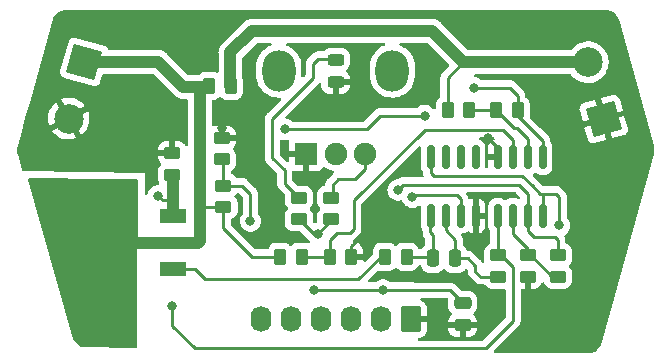
<source format=gbr>
%TF.GenerationSoftware,KiCad,Pcbnew,6.0.11-2627ca5db0~126~ubuntu22.04.1*%
%TF.CreationDate,2024-08-23T15:04:18+02:00*%
%TF.ProjectId,PowerMeTer,506f7765-724d-4655-9465-722e6b696361,rev?*%
%TF.SameCoordinates,Original*%
%TF.FileFunction,Copper,L1,Top*%
%TF.FilePolarity,Positive*%
%FSLAX46Y46*%
G04 Gerber Fmt 4.6, Leading zero omitted, Abs format (unit mm)*
G04 Created by KiCad (PCBNEW 6.0.11-2627ca5db0~126~ubuntu22.04.1) date 2024-08-23 15:04:18*
%MOMM*%
%LPD*%
G01*
G04 APERTURE LIST*
G04 Aperture macros list*
%AMRoundRect*
0 Rectangle with rounded corners*
0 $1 Rounding radius*
0 $2 $3 $4 $5 $6 $7 $8 $9 X,Y pos of 4 corners*
0 Add a 4 corners polygon primitive as box body*
4,1,4,$2,$3,$4,$5,$6,$7,$8,$9,$2,$3,0*
0 Add four circle primitives for the rounded corners*
1,1,$1+$1,$2,$3*
1,1,$1+$1,$4,$5*
1,1,$1+$1,$6,$7*
1,1,$1+$1,$8,$9*
0 Add four rect primitives between the rounded corners*
20,1,$1+$1,$2,$3,$4,$5,0*
20,1,$1+$1,$4,$5,$6,$7,0*
20,1,$1+$1,$6,$7,$8,$9,0*
20,1,$1+$1,$8,$9,$2,$3,0*%
%AMRotRect*
0 Rectangle, with rotation*
0 The origin of the aperture is its center*
0 $1 length*
0 $2 width*
0 $3 Rotation angle, in degrees counterclockwise*
0 Add horizontal line*
21,1,$1,$2,0,0,$3*%
G04 Aperture macros list end*
%TA.AperFunction,ComponentPad*%
%ADD10RotRect,2.500000X2.500000X105.500000*%
%TD*%
%TA.AperFunction,ComponentPad*%
%ADD11C,2.500000*%
%TD*%
%TA.AperFunction,SMDPad,CuDef*%
%ADD12RoundRect,0.250000X0.262500X0.450000X-0.262500X0.450000X-0.262500X-0.450000X0.262500X-0.450000X0*%
%TD*%
%TA.AperFunction,ComponentPad*%
%ADD13RoundRect,0.250000X0.620000X0.845000X-0.620000X0.845000X-0.620000X-0.845000X0.620000X-0.845000X0*%
%TD*%
%TA.AperFunction,ComponentPad*%
%ADD14O,1.740000X2.190000*%
%TD*%
%TA.AperFunction,SMDPad,CuDef*%
%ADD15RoundRect,0.250000X-0.262500X-0.450000X0.262500X-0.450000X0.262500X0.450000X-0.262500X0.450000X0*%
%TD*%
%TA.AperFunction,SMDPad,CuDef*%
%ADD16RoundRect,0.150000X0.150000X-0.825000X0.150000X0.825000X-0.150000X0.825000X-0.150000X-0.825000X0*%
%TD*%
%TA.AperFunction,SMDPad,CuDef*%
%ADD17R,2.200000X1.200000*%
%TD*%
%TA.AperFunction,SMDPad,CuDef*%
%ADD18R,6.400000X5.800000*%
%TD*%
%TA.AperFunction,SMDPad,CuDef*%
%ADD19RoundRect,0.243750X0.456250X-0.243750X0.456250X0.243750X-0.456250X0.243750X-0.456250X-0.243750X0*%
%TD*%
%TA.AperFunction,SMDPad,CuDef*%
%ADD20RoundRect,0.250000X-0.475000X0.250000X-0.475000X-0.250000X0.475000X-0.250000X0.475000X0.250000X0*%
%TD*%
%TA.AperFunction,SMDPad,CuDef*%
%ADD21RoundRect,0.250000X-0.450000X0.262500X-0.450000X-0.262500X0.450000X-0.262500X0.450000X0.262500X0*%
%TD*%
%TA.AperFunction,SMDPad,CuDef*%
%ADD22RoundRect,0.150000X-0.150000X0.825000X-0.150000X-0.825000X0.150000X-0.825000X0.150000X0.825000X0*%
%TD*%
%TA.AperFunction,SMDPad,CuDef*%
%ADD23RoundRect,0.250000X0.450000X-0.262500X0.450000X0.262500X-0.450000X0.262500X-0.450000X-0.262500X0*%
%TD*%
%TA.AperFunction,SMDPad,CuDef*%
%ADD24RoundRect,0.250000X-0.250000X-0.475000X0.250000X-0.475000X0.250000X0.475000X-0.250000X0.475000X0*%
%TD*%
%TA.AperFunction,ComponentPad*%
%ADD25O,2.800000X3.500000*%
%TD*%
%TA.AperFunction,ComponentPad*%
%ADD26R,1.900000X1.900000*%
%TD*%
%TA.AperFunction,ComponentPad*%
%ADD27C,1.900000*%
%TD*%
%TA.AperFunction,ComponentPad*%
%ADD28RotRect,2.500000X2.500000X254.500000*%
%TD*%
%TA.AperFunction,ViaPad*%
%ADD29C,0.800000*%
%TD*%
%TA.AperFunction,Conductor*%
%ADD30C,0.250000*%
%TD*%
%TA.AperFunction,Conductor*%
%ADD31C,1.000000*%
%TD*%
G04 APERTURE END LIST*
D10*
%TO.P,J2,1,Pin_1*%
%TO.N,GND*%
X122697185Y-46500000D03*
D11*
%TO.P,J2,2,Pin_2*%
%TO.N,Net-(J2-Pad2)*%
X121360993Y-41681848D03*
%TD*%
D12*
%TO.P,R7,1*%
%TO.N,ShuntCurrent*%
X115421500Y-45750000D03*
%TO.P,R7,2*%
%TO.N,Net-(R3-Pad2)*%
X113596500Y-45750000D03*
%TD*%
D13*
%TO.P,J3,1,Pin_1*%
%TO.N,GND*%
X106350000Y-63430000D03*
D14*
%TO.P,J3,2,Pin_2*%
%TO.N,VCC*%
X103810000Y-63430000D03*
%TO.P,J3,3,Pin_3*%
%TO.N,CurrentControl*%
X101270000Y-63430000D03*
%TO.P,J3,4,Pin_4*%
%TO.N,CellCurrent*%
X98730000Y-63430000D03*
%TO.P,J3,5,Pin_5*%
%TO.N,CellVoltage*%
X96190000Y-63430000D03*
%TO.P,J3,6,Pin_6*%
%TO.N,ShuntCurrent*%
X93650000Y-63430000D03*
%TD*%
D15*
%TO.P,R2,1*%
%TO.N,Net-(J1-Pad1)*%
X95308500Y-58166000D03*
%TO.P,R2,2*%
%TO.N,Net-(R2-Pad2)*%
X97133500Y-58166000D03*
%TD*%
D16*
%TO.P,U1,1*%
%TO.N,Net-(C1-Pad1)*%
X108045000Y-54675000D03*
%TO.P,U1,2,-*%
%TO.N,Net-(C1-Pad2)*%
X109315000Y-54675000D03*
%TO.P,U1,3,+*%
%TO.N,CurrentControl*%
X110585000Y-54675000D03*
%TO.P,U1,4,V-*%
%TO.N,GND*%
X111855000Y-54675000D03*
%TO.P,U1,5,+*%
%TO.N,unconnected-(U1-Pad5)*%
X111855000Y-49725000D03*
%TO.P,U1,6,-*%
%TO.N,unconnected-(U1-Pad6)*%
X110585000Y-49725000D03*
%TO.P,U1,7*%
%TO.N,unconnected-(U1-Pad7)*%
X109315000Y-49725000D03*
%TO.P,U1,8,V+*%
%TO.N,VCC*%
X108045000Y-49725000D03*
%TD*%
D15*
%TO.P,R1,1*%
%TO.N,Net-(J1-Pad1)*%
X89297500Y-43690000D03*
%TO.P,R1,2*%
%TO.N,Net-(J2-Pad2)*%
X91122500Y-43690000D03*
%TD*%
D12*
%TO.P,R5,1*%
%TO.N,Net-(C1-Pad1)*%
X106023500Y-58166000D03*
%TO.P,R5,2*%
%TO.N,Net-(Q1-Pad1)*%
X104198500Y-58166000D03*
%TD*%
D17*
%TO.P,Q1,1,G*%
%TO.N,Net-(Q1-Pad1)*%
X86260000Y-59230000D03*
D18*
%TO.P,Q1,2,D*%
%TO.N,Net-(J1-Pad1)*%
X79960000Y-56950000D03*
D17*
%TO.P,Q1,3,S*%
%TO.N,Net-(Q1-Pad3)*%
X86260000Y-54670000D03*
%TD*%
D19*
%TO.P,D1,1,K*%
%TO.N,GND*%
X100000000Y-43355500D03*
%TO.P,D1,2,A*%
%TO.N,Net-(D1-Pad2)*%
X100000000Y-41480500D03*
%TD*%
D20*
%TO.P,C2,1*%
%TO.N,VCC*%
X110750000Y-62050000D03*
%TO.P,C2,2*%
%TO.N,GND*%
X110750000Y-63950000D03*
%TD*%
D21*
%TO.P,R13,1*%
%TO.N,Net-(R13-Pad1)*%
X99640000Y-53157500D03*
%TO.P,R13,2*%
%TO.N,VCC*%
X99640000Y-54982500D03*
%TD*%
D22*
%TO.P,U2,1*%
%TO.N,ShuntCurrent*%
X117555000Y-49725000D03*
%TO.P,U2,2,-*%
%TO.N,Net-(R3-Pad2)*%
X116285000Y-49725000D03*
%TO.P,U2,3,+*%
%TO.N,Net-(R2-Pad2)*%
X115015000Y-49725000D03*
%TO.P,U2,4,V-*%
%TO.N,GND*%
X113745000Y-49725000D03*
%TO.P,U2,5,+*%
%TO.N,Net-(Q1-Pad3)*%
X113745000Y-54675000D03*
%TO.P,U2,6,-*%
%TO.N,Net-(R10-Pad1)*%
X115015000Y-54675000D03*
%TO.P,U2,7*%
%TO.N,CellCurrent*%
X116285000Y-54675000D03*
%TO.P,U2,8,V+*%
%TO.N,VCC*%
X117555000Y-54675000D03*
%TD*%
D23*
%TO.P,R6,1*%
%TO.N,Net-(C1-Pad2)*%
X113790000Y-59852500D03*
%TO.P,R6,2*%
%TO.N,Net-(Q1-Pad3)*%
X113790000Y-58027500D03*
%TD*%
D15*
%TO.P,R3,1*%
%TO.N,Net-(J2-Pad2)*%
X109509000Y-45750000D03*
%TO.P,R3,2*%
%TO.N,Net-(R3-Pad2)*%
X111334000Y-45750000D03*
%TD*%
D12*
%TO.P,R4,1*%
%TO.N,GND*%
X101324500Y-58166000D03*
%TO.P,R4,2*%
%TO.N,Net-(R2-Pad2)*%
X99499500Y-58166000D03*
%TD*%
D23*
%TO.P,R14,1*%
%TO.N,VCC*%
X96900000Y-54982500D03*
%TO.P,R14,2*%
%TO.N,Net-(D1-Pad2)*%
X96900000Y-53157500D03*
%TD*%
%TO.P,R8,1*%
%TO.N,Net-(Q1-Pad3)*%
X86160000Y-51202500D03*
%TO.P,R8,2*%
%TO.N,GND*%
X86160000Y-49377500D03*
%TD*%
D21*
%TO.P,R11,1*%
%TO.N,CellVoltage*%
X90506000Y-52126500D03*
%TO.P,R11,2*%
%TO.N,Net-(J1-Pad1)*%
X90506000Y-53951500D03*
%TD*%
D24*
%TO.P,C1,1*%
%TO.N,Net-(C1-Pad1)*%
X108225000Y-58293000D03*
%TO.P,C1,2*%
%TO.N,Net-(C1-Pad2)*%
X110125000Y-58293000D03*
%TD*%
D25*
%TO.P,RV1,*%
%TO.N,*%
X104800000Y-42418000D03*
X95200000Y-42418000D03*
D26*
%TO.P,RV1,1,1*%
%TO.N,GND*%
X97500000Y-49418000D03*
D27*
%TO.P,RV1,2,2*%
%TO.N,CurrentControl*%
X100000000Y-49418000D03*
%TO.P,RV1,3,3*%
%TO.N,Net-(R13-Pad1)*%
X102500000Y-49418000D03*
%TD*%
D21*
%TO.P,R12,1*%
%TO.N,GND*%
X90379000Y-48086000D03*
%TO.P,R12,2*%
%TO.N,CellVoltage*%
X90379000Y-49911000D03*
%TD*%
D23*
%TO.P,R10,1*%
%TO.N,Net-(R10-Pad1)*%
X118827000Y-59840500D03*
%TO.P,R10,2*%
%TO.N,CellCurrent*%
X118827000Y-58015500D03*
%TD*%
%TO.P,R9,1*%
%TO.N,GND*%
X116287000Y-59840500D03*
%TO.P,R9,2*%
%TO.N,Net-(R10-Pad1)*%
X116287000Y-58015500D03*
%TD*%
D28*
%TO.P,J1,1,Pin_1*%
%TO.N,Net-(J1-Pad1)*%
X78740000Y-41640000D03*
D11*
%TO.P,J1,2,Pin_2*%
%TO.N,GND*%
X77403808Y-46458152D03*
%TD*%
D29*
%TO.N,GND*%
X103180000Y-53600000D03*
X111300000Y-56700000D03*
X112950000Y-48124500D03*
X90350000Y-47240000D03*
X100050000Y-45150000D03*
%TO.N,ShuntCurrent*%
X95700000Y-47371000D03*
X107550000Y-46200000D03*
X111715000Y-43845000D03*
%TO.N,CellCurrent*%
X105300000Y-52500000D03*
%TO.N,CellVoltage*%
X92792000Y-55118000D03*
%TO.N,VCC*%
X98200000Y-60930000D03*
X104010000Y-60960000D03*
X118950000Y-55500000D03*
X98480000Y-56220000D03*
%TO.N,CurrentControl*%
X106500000Y-53100000D03*
%TO.N,Net-(Q1-Pad3)*%
X84980000Y-53000000D03*
X86188000Y-62357000D03*
%TD*%
D30*
%TO.N,Net-(C1-Pad1)*%
X108098000Y-58166000D02*
X108225000Y-58293000D01*
X108000000Y-56100000D02*
X108000000Y-54720000D01*
X108225000Y-56325000D02*
X108000000Y-56100000D01*
X106023500Y-58166000D02*
X108098000Y-58166000D01*
X108225000Y-58293000D02*
X108225000Y-56325000D01*
X108000000Y-54720000D02*
X108045000Y-54675000D01*
%TO.N,Net-(C1-Pad2)*%
X109315000Y-54675000D02*
X109315000Y-55915000D01*
X110125000Y-56725000D02*
X110125000Y-58293000D01*
X111207000Y-58293000D02*
X110125000Y-58293000D01*
X111842000Y-58928000D02*
X111207000Y-58293000D01*
X111842000Y-59408000D02*
X111842000Y-58928000D01*
X112286500Y-59852500D02*
X111842000Y-59408000D01*
X109315000Y-55915000D02*
X110125000Y-56725000D01*
X113790000Y-59852500D02*
X112286500Y-59852500D01*
D31*
%TO.N,Net-(J2-Pad2)*%
X110831848Y-41681848D02*
X108180000Y-39030000D01*
X113168152Y-41681848D02*
X121360993Y-41681848D01*
X92930000Y-39030000D02*
X91100000Y-40860000D01*
D30*
X109509000Y-45750000D02*
X109509000Y-43004696D01*
X109509000Y-43004696D02*
X110831848Y-41681848D01*
D31*
X91100000Y-43667500D02*
X91122500Y-43690000D01*
X113168152Y-41681848D02*
X110831848Y-41681848D01*
X108180000Y-39030000D02*
X92930000Y-39030000D01*
X91100000Y-40860000D02*
X91100000Y-43667500D01*
D30*
%TO.N,Net-(R2-Pad2)*%
X101560000Y-55800000D02*
X101200000Y-56160000D01*
X107550000Y-47400000D02*
X101560000Y-53390000D01*
X100090000Y-56160000D02*
X99499500Y-56750500D01*
X99499500Y-56750500D02*
X99499500Y-58166000D01*
X101200000Y-56160000D02*
X100090000Y-56160000D01*
X114150000Y-47400000D02*
X107550000Y-47400000D01*
X99499500Y-58166000D02*
X97133500Y-58166000D01*
X101560000Y-53390000D02*
X101560000Y-55800000D01*
X115015000Y-49725000D02*
X115015000Y-48265000D01*
X115015000Y-48265000D02*
X114150000Y-47400000D01*
%TO.N,Net-(R3-Pad2)*%
X115322000Y-47222000D02*
X115068500Y-47222000D01*
X116285000Y-48185000D02*
X115322000Y-47222000D01*
X115068500Y-47222000D02*
X113596500Y-45750000D01*
X116285000Y-49725000D02*
X116285000Y-48185000D01*
X111334000Y-45750000D02*
X113596500Y-45750000D01*
%TO.N,GND*%
X102120000Y-56480000D02*
X102300000Y-56300000D01*
X101324500Y-58166000D02*
X101324500Y-57275500D01*
X90379000Y-48086000D02*
X90379000Y-47269000D01*
X100000000Y-45100000D02*
X100050000Y-45150000D01*
X90379000Y-47269000D02*
X90350000Y-47240000D01*
X113745000Y-49725000D02*
X113745000Y-48919500D01*
X111855000Y-54675000D02*
X111855000Y-56145000D01*
X111855000Y-56145000D02*
X111300000Y-56700000D01*
X102300000Y-54170000D02*
X102870000Y-53600000D01*
X113874000Y-48895000D02*
X113874000Y-49914000D01*
X102870000Y-53600000D02*
X103180000Y-53600000D01*
X100000000Y-43355500D02*
X100000000Y-45100000D01*
X101324500Y-57275500D02*
X102120000Y-56480000D01*
X113745000Y-48919500D02*
X112950000Y-48124500D01*
X102300000Y-56300000D02*
X102300000Y-54170000D01*
%TO.N,ShuntCurrent*%
X114763000Y-43845000D02*
X115421500Y-44503500D01*
X111715000Y-43845000D02*
X114763000Y-43845000D01*
X117555000Y-48361500D02*
X115421500Y-46228000D01*
X102629000Y-47371000D02*
X95700000Y-47371000D01*
X115421500Y-44503500D02*
X115421500Y-45750000D01*
X103800000Y-46200000D02*
X102629000Y-47371000D01*
X117555000Y-49725000D02*
X117555000Y-48361500D01*
X107550000Y-46200000D02*
X103800000Y-46200000D01*
%TO.N,Net-(R10-Pad1)*%
X116287000Y-57531000D02*
X116287000Y-58015500D01*
X116517500Y-58015500D02*
X116287000Y-58015500D01*
X118342500Y-59840500D02*
X116517500Y-58015500D01*
X115015000Y-56259000D02*
X116287000Y-57531000D01*
X118827000Y-59840500D02*
X118342500Y-59840500D01*
X115015000Y-54675000D02*
X115015000Y-56259000D01*
%TO.N,CellCurrent*%
X116285000Y-52835000D02*
X116285000Y-54675000D01*
X116285000Y-54675000D02*
X116285000Y-56005000D01*
X105750000Y-52050000D02*
X115500000Y-52050000D01*
X115500000Y-52050000D02*
X116285000Y-52835000D01*
X116795000Y-56515000D02*
X118573000Y-56515000D01*
X105300000Y-52500000D02*
X105750000Y-52050000D01*
X116285000Y-56005000D02*
X116795000Y-56515000D01*
X118573000Y-56515000D02*
X118827000Y-56769000D01*
X118827000Y-56769000D02*
X118827000Y-58015500D01*
%TO.N,CellVoltage*%
X92086500Y-52126500D02*
X90506000Y-52126500D01*
X90506000Y-50038000D02*
X90379000Y-49911000D01*
X90506000Y-52126500D02*
X90506000Y-50038000D01*
X92792000Y-52832000D02*
X92086500Y-52126500D01*
X92792000Y-55118000D02*
X92792000Y-52832000D01*
%TO.N,VCC*%
X104010000Y-60960000D02*
X101450000Y-60960000D01*
X108300000Y-51300000D02*
X108045000Y-51045000D01*
X101420000Y-60930000D02*
X101450000Y-60960000D01*
X106545000Y-60960000D02*
X104010000Y-60960000D01*
X98480000Y-56220000D02*
X98137500Y-56220000D01*
X106590000Y-61005000D02*
X106545000Y-60960000D01*
X98137500Y-56220000D02*
X96900000Y-54982500D01*
X98200000Y-60930000D02*
X101420000Y-60930000D01*
X108045000Y-51045000D02*
X108045000Y-49725000D01*
X99640000Y-55060000D02*
X98480000Y-56220000D01*
X116700000Y-52200000D02*
X117300000Y-52800000D01*
X118950000Y-55500000D02*
X118950000Y-53100000D01*
X117300000Y-52800000D02*
X117600000Y-52800000D01*
X118650000Y-52800000D02*
X117600000Y-52800000D01*
X109705000Y-61005000D02*
X110750000Y-62050000D01*
X117555000Y-54675000D02*
X117555000Y-52845000D01*
X99640000Y-54982500D02*
X99640000Y-55060000D01*
X115800000Y-51300000D02*
X108300000Y-51300000D01*
X116700000Y-52200000D02*
X115800000Y-51300000D01*
X118950000Y-53100000D02*
X118650000Y-52800000D01*
X106590000Y-61005000D02*
X109705000Y-61005000D01*
X117555000Y-52845000D02*
X117600000Y-52800000D01*
%TO.N,CurrentControl*%
X110585000Y-54675000D02*
X110585000Y-53285000D01*
X110250000Y-52950000D02*
X106650000Y-52950000D01*
X106650000Y-52950000D02*
X106500000Y-53100000D01*
X110585000Y-53285000D02*
X110250000Y-52950000D01*
D31*
%TO.N,Net-(J1-Pad1)*%
X89217500Y-43770000D02*
X89297500Y-43690000D01*
D30*
X88508500Y-53951500D02*
X88500000Y-53960000D01*
D31*
X88390000Y-56950000D02*
X79960000Y-56950000D01*
X88500000Y-43770000D02*
X89217500Y-43770000D01*
X88500000Y-53960000D02*
X88500000Y-56840000D01*
X87100000Y-43770000D02*
X84970000Y-41640000D01*
X88500000Y-43770000D02*
X87100000Y-43770000D01*
X88500000Y-43770000D02*
X88500000Y-46381000D01*
D30*
X90506000Y-55706000D02*
X90506000Y-53951500D01*
X92966000Y-58166000D02*
X90506000Y-55706000D01*
D31*
X88500000Y-46381000D02*
X88500000Y-53960000D01*
D30*
X90506000Y-53951500D02*
X88508500Y-53951500D01*
X95308500Y-58166000D02*
X92966000Y-58166000D01*
D31*
X84970000Y-41640000D02*
X78740000Y-41640000D01*
D30*
%TO.N,Net-(Q1-Pad1)*%
X101936000Y-60071000D02*
X103841000Y-58166000D01*
X103841000Y-58166000D02*
X104198500Y-58166000D01*
X88931000Y-60071000D02*
X88090000Y-59230000D01*
X89871000Y-60071000D02*
X101936000Y-60071000D01*
X88090000Y-59230000D02*
X86260000Y-59230000D01*
X89871000Y-60071000D02*
X88931000Y-60071000D01*
%TO.N,Net-(R13-Pad1)*%
X99770000Y-52040000D02*
X99770000Y-53027500D01*
X102500000Y-50730000D02*
X101640000Y-51590000D01*
X99770000Y-53027500D02*
X99640000Y-53157500D01*
X101640000Y-51590000D02*
X100220000Y-51590000D01*
X100220000Y-51590000D02*
X99770000Y-52040000D01*
X102500000Y-49418000D02*
X102500000Y-50730000D01*
%TO.N,Net-(Q1-Pad3)*%
X113745000Y-57982500D02*
X113790000Y-58027500D01*
X85360000Y-53380000D02*
X86260000Y-53380000D01*
X84980000Y-53000000D02*
X85360000Y-53380000D01*
X88090000Y-65910000D02*
X86188000Y-64008000D01*
X115030000Y-59060000D02*
X115030000Y-63590000D01*
D31*
X86260000Y-54670000D02*
X86260000Y-53380000D01*
D30*
X115030000Y-63590000D02*
X112710000Y-65910000D01*
X113997500Y-58027500D02*
X115030000Y-59060000D01*
X113745000Y-54675000D02*
X113745000Y-57982500D01*
X86188000Y-64008000D02*
X86188000Y-62357000D01*
X112710000Y-65910000D02*
X88090000Y-65910000D01*
X86260000Y-51302500D02*
X86160000Y-51202500D01*
D31*
X86260000Y-53380000D02*
X86260000Y-51302500D01*
D30*
X113790000Y-58027500D02*
X113997500Y-58027500D01*
%TO.N,Net-(D1-Pad2)*%
X98550000Y-41400000D02*
X99919500Y-41400000D01*
X94650000Y-46500000D02*
X98100000Y-43050000D01*
X95700000Y-50850000D02*
X94650000Y-49800000D01*
X96900000Y-53157500D02*
X95700000Y-51957500D01*
X94650000Y-49800000D02*
X94650000Y-46500000D01*
X95700000Y-51957500D02*
X95700000Y-50850000D01*
X98100000Y-41850000D02*
X98550000Y-41400000D01*
X99919500Y-41400000D02*
X100000000Y-41480500D01*
X98100000Y-43050000D02*
X98100000Y-41850000D01*
%TD*%
%TA.AperFunction,Conductor*%
%TO.N,GND*%
G36*
X123042579Y-37290461D02*
G01*
X123082813Y-37297057D01*
X123588030Y-37467292D01*
X123646197Y-37507999D01*
X123652024Y-37515897D01*
X123740245Y-37645773D01*
X123951675Y-37957031D01*
X123968806Y-37993953D01*
X126623725Y-47506716D01*
X126987947Y-48811750D01*
X126992585Y-48845621D01*
X126992585Y-49389175D01*
X126987950Y-49423033D01*
X123382286Y-62347134D01*
X122477575Y-65589971D01*
X122460412Y-65626949D01*
X122177074Y-66043742D01*
X122160309Y-66068403D01*
X122105470Y-66113494D01*
X122096216Y-66117011D01*
X121630218Y-66273460D01*
X121589834Y-66287018D01*
X121549732Y-66293570D01*
X113526524Y-66293570D01*
X113458403Y-66273568D01*
X113411910Y-66219912D01*
X113401806Y-66149638D01*
X113431300Y-66085058D01*
X113437429Y-66078475D01*
X115422247Y-64093657D01*
X115430537Y-64086113D01*
X115437018Y-64082000D01*
X115483659Y-64032332D01*
X115486413Y-64029491D01*
X115506134Y-64009770D01*
X115508612Y-64006575D01*
X115516318Y-63997553D01*
X115541158Y-63971101D01*
X115546586Y-63965321D01*
X115552732Y-63954142D01*
X115556346Y-63947568D01*
X115567199Y-63931045D01*
X115574753Y-63921306D01*
X115579613Y-63915041D01*
X115597176Y-63874457D01*
X115602383Y-63863827D01*
X115623695Y-63825060D01*
X115625666Y-63817383D01*
X115625668Y-63817378D01*
X115628732Y-63805442D01*
X115635138Y-63786730D01*
X115635802Y-63785197D01*
X115643181Y-63768145D01*
X115650097Y-63724481D01*
X115652504Y-63712860D01*
X115661528Y-63677711D01*
X115661528Y-63677710D01*
X115663500Y-63670030D01*
X115663500Y-63649769D01*
X115665051Y-63630058D01*
X115666979Y-63617885D01*
X115668219Y-63610057D01*
X115664059Y-63566046D01*
X115663500Y-63554189D01*
X115663500Y-60987000D01*
X115683502Y-60918879D01*
X115737158Y-60872386D01*
X115789500Y-60861000D01*
X116014885Y-60861000D01*
X116030124Y-60856525D01*
X116031329Y-60855135D01*
X116033000Y-60847452D01*
X116033000Y-59712500D01*
X116053002Y-59644379D01*
X116106658Y-59597886D01*
X116159000Y-59586500D01*
X116415000Y-59586500D01*
X116483121Y-59606502D01*
X116529614Y-59660158D01*
X116541000Y-59712500D01*
X116541000Y-60842884D01*
X116545475Y-60858123D01*
X116546865Y-60859328D01*
X116554548Y-60860999D01*
X116784095Y-60860999D01*
X116790614Y-60860662D01*
X116886206Y-60850743D01*
X116899600Y-60847851D01*
X117053784Y-60796412D01*
X117066962Y-60790239D01*
X117204807Y-60704937D01*
X117216208Y-60695901D01*
X117330739Y-60581171D01*
X117339751Y-60569760D01*
X117424816Y-60431757D01*
X117430965Y-60418571D01*
X117437200Y-60399775D01*
X117477631Y-60341416D01*
X117543196Y-60314180D01*
X117613077Y-60326714D01*
X117665088Y-60375040D01*
X117676316Y-60399568D01*
X117685450Y-60426946D01*
X117778522Y-60577348D01*
X117903697Y-60702305D01*
X117909927Y-60706145D01*
X117909928Y-60706146D01*
X118047090Y-60790694D01*
X118054262Y-60795115D01*
X118134005Y-60821564D01*
X118215611Y-60848632D01*
X118215613Y-60848632D01*
X118222139Y-60850797D01*
X118228975Y-60851497D01*
X118228978Y-60851498D01*
X118272031Y-60855909D01*
X118326600Y-60861500D01*
X119327400Y-60861500D01*
X119330646Y-60861163D01*
X119330650Y-60861163D01*
X119426308Y-60851238D01*
X119426312Y-60851237D01*
X119433166Y-60850526D01*
X119439702Y-60848345D01*
X119439704Y-60848345D01*
X119574794Y-60803275D01*
X119600946Y-60794550D01*
X119751348Y-60701478D01*
X119876305Y-60576303D01*
X119892758Y-60549612D01*
X119965275Y-60431968D01*
X119965276Y-60431966D01*
X119969115Y-60425738D01*
X120002216Y-60325941D01*
X120022632Y-60264389D01*
X120022632Y-60264387D01*
X120024797Y-60257861D01*
X120026140Y-60244759D01*
X120029909Y-60207969D01*
X120035500Y-60153400D01*
X120035500Y-59527600D01*
X120034321Y-59516238D01*
X120025238Y-59428692D01*
X120025237Y-59428688D01*
X120024526Y-59421834D01*
X120018199Y-59402868D01*
X119978272Y-59283194D01*
X119968550Y-59254054D01*
X119875478Y-59103652D01*
X119788891Y-59017216D01*
X119754812Y-58954934D01*
X119759815Y-58884114D01*
X119788736Y-58839025D01*
X119871134Y-58756483D01*
X119876305Y-58751303D01*
X119899660Y-58713414D01*
X119965275Y-58606968D01*
X119965276Y-58606966D01*
X119969115Y-58600738D01*
X119998453Y-58512285D01*
X120022632Y-58439389D01*
X120022632Y-58439387D01*
X120024797Y-58432861D01*
X120035500Y-58328400D01*
X120035500Y-57702600D01*
X120034954Y-57697334D01*
X120025238Y-57603692D01*
X120025237Y-57603688D01*
X120024526Y-57596834D01*
X120015436Y-57569586D01*
X119972957Y-57442262D01*
X119968550Y-57429054D01*
X119875478Y-57278652D01*
X119750303Y-57153695D01*
X119744072Y-57149854D01*
X119605968Y-57064725D01*
X119605966Y-57064724D01*
X119599738Y-57060885D01*
X119546832Y-57043337D01*
X119488473Y-57002906D01*
X119461236Y-56937342D01*
X119460500Y-56923744D01*
X119460500Y-56847767D01*
X119461027Y-56836584D01*
X119462702Y-56829091D01*
X119461653Y-56795702D01*
X119460562Y-56761014D01*
X119460500Y-56757055D01*
X119460500Y-56729144D01*
X119459995Y-56725144D01*
X119459062Y-56713301D01*
X119459055Y-56713055D01*
X119457673Y-56669110D01*
X119452544Y-56651454D01*
X119452022Y-56649658D01*
X119448014Y-56630306D01*
X119446467Y-56618063D01*
X119445474Y-56610203D01*
X119439906Y-56596139D01*
X119429200Y-56569097D01*
X119425355Y-56557870D01*
X119424721Y-56555687D01*
X119413018Y-56515407D01*
X119408984Y-56508585D01*
X119408981Y-56508579D01*
X119402706Y-56497968D01*
X119394010Y-56480218D01*
X119389472Y-56468756D01*
X119389469Y-56468751D01*
X119386552Y-56461383D01*
X119381891Y-56454968D01*
X119378136Y-56448138D01*
X119362845Y-56378808D01*
X119387463Y-56312216D01*
X119414488Y-56285498D01*
X119509343Y-56216581D01*
X119561253Y-56178866D01*
X119579591Y-56158500D01*
X119684621Y-56041852D01*
X119684622Y-56041851D01*
X119689040Y-56036944D01*
X119784527Y-55871556D01*
X119843542Y-55689928D01*
X119847336Y-55653836D01*
X119862814Y-55506565D01*
X119863504Y-55500000D01*
X119861746Y-55483271D01*
X119844232Y-55316635D01*
X119844232Y-55316633D01*
X119843542Y-55310072D01*
X119784527Y-55128444D01*
X119689040Y-54963056D01*
X119615863Y-54881785D01*
X119585147Y-54817779D01*
X119583500Y-54797476D01*
X119583500Y-53178767D01*
X119584027Y-53167584D01*
X119585702Y-53160091D01*
X119584337Y-53116650D01*
X119583562Y-53092014D01*
X119583500Y-53088055D01*
X119583500Y-53060144D01*
X119582995Y-53056144D01*
X119582062Y-53044301D01*
X119580922Y-53008030D01*
X119580673Y-53000111D01*
X119575021Y-52980657D01*
X119571013Y-52961300D01*
X119569468Y-52949070D01*
X119569468Y-52949069D01*
X119568474Y-52941203D01*
X119565555Y-52933830D01*
X119552196Y-52900088D01*
X119548351Y-52888858D01*
X119538229Y-52854017D01*
X119538229Y-52854016D01*
X119536018Y-52846407D01*
X119531985Y-52839588D01*
X119531983Y-52839583D01*
X119525707Y-52828972D01*
X119517012Y-52811224D01*
X119509552Y-52792383D01*
X119495027Y-52772390D01*
X119483564Y-52756613D01*
X119477048Y-52746693D01*
X119458578Y-52715463D01*
X119454542Y-52708638D01*
X119448936Y-52703031D01*
X119440220Y-52694315D01*
X119427379Y-52679281D01*
X119420131Y-52669305D01*
X119420130Y-52669304D01*
X119415472Y-52662893D01*
X119390682Y-52642385D01*
X119381407Y-52634712D01*
X119372626Y-52626722D01*
X119153647Y-52407742D01*
X119146113Y-52399463D01*
X119142000Y-52392982D01*
X119092347Y-52346355D01*
X119089506Y-52343601D01*
X119069770Y-52323865D01*
X119066573Y-52321385D01*
X119057551Y-52313680D01*
X119049045Y-52305692D01*
X119025321Y-52283414D01*
X119018375Y-52279595D01*
X119018372Y-52279593D01*
X119007566Y-52273652D01*
X118991047Y-52262801D01*
X118990583Y-52262441D01*
X118975041Y-52250386D01*
X118967772Y-52247241D01*
X118967768Y-52247238D01*
X118934463Y-52232826D01*
X118923813Y-52227609D01*
X118885060Y-52206305D01*
X118865437Y-52201267D01*
X118846734Y-52194863D01*
X118835420Y-52189967D01*
X118835419Y-52189967D01*
X118828145Y-52186819D01*
X118820322Y-52185580D01*
X118820312Y-52185577D01*
X118784476Y-52179901D01*
X118772856Y-52177495D01*
X118737711Y-52168472D01*
X118737710Y-52168472D01*
X118730030Y-52166500D01*
X118709776Y-52166500D01*
X118690065Y-52164949D01*
X118677886Y-52163020D01*
X118670057Y-52161780D01*
X118629340Y-52165629D01*
X118626039Y-52165941D01*
X118614181Y-52166500D01*
X117678768Y-52166500D01*
X117667585Y-52165973D01*
X117660092Y-52164298D01*
X117652167Y-52164547D01*
X117652166Y-52164547D01*
X117628954Y-52165277D01*
X117617744Y-52165629D01*
X117549029Y-52147777D01*
X117524690Y-52128786D01*
X117335253Y-51939348D01*
X116723257Y-51327352D01*
X116689232Y-51265040D01*
X116694297Y-51194224D01*
X116736844Y-51137389D01*
X116748214Y-51129804D01*
X116777270Y-51112620D01*
X116841807Y-51074453D01*
X116844489Y-51071771D01*
X116908861Y-51046498D01*
X116978484Y-51060400D01*
X116994312Y-51070572D01*
X116998193Y-51074453D01*
X117141399Y-51159145D01*
X117149010Y-51161356D01*
X117149012Y-51161357D01*
X117192052Y-51173861D01*
X117301169Y-51205562D01*
X117307574Y-51206066D01*
X117307579Y-51206067D01*
X117336042Y-51208307D01*
X117336050Y-51208307D01*
X117338498Y-51208500D01*
X117771502Y-51208500D01*
X117773950Y-51208307D01*
X117773958Y-51208307D01*
X117802421Y-51206067D01*
X117802426Y-51206066D01*
X117808831Y-51205562D01*
X117917948Y-51173861D01*
X117960988Y-51161357D01*
X117960990Y-51161356D01*
X117968601Y-51159145D01*
X118045096Y-51113906D01*
X118104980Y-51078491D01*
X118104983Y-51078489D01*
X118111807Y-51074453D01*
X118229453Y-50956807D01*
X118233489Y-50949983D01*
X118233491Y-50949980D01*
X118298508Y-50840042D01*
X118314145Y-50813601D01*
X118324311Y-50778611D01*
X118335444Y-50740289D01*
X118360562Y-50653831D01*
X118361116Y-50646803D01*
X118363307Y-50618958D01*
X118363307Y-50618950D01*
X118363500Y-50616502D01*
X118363500Y-48833498D01*
X118363307Y-48831042D01*
X118361067Y-48802579D01*
X118361066Y-48802574D01*
X118360562Y-48796169D01*
X118322186Y-48664076D01*
X118316357Y-48644012D01*
X118316356Y-48644010D01*
X118314145Y-48636399D01*
X118263264Y-48550364D01*
X118233491Y-48500020D01*
X118233489Y-48500017D01*
X118229453Y-48493193D01*
X118223844Y-48487584D01*
X118218989Y-48481325D01*
X118221019Y-48479750D01*
X118193018Y-48428472D01*
X118190201Y-48405647D01*
X118188562Y-48353502D01*
X118188500Y-48349544D01*
X118188500Y-48321644D01*
X118187996Y-48317653D01*
X118187063Y-48305811D01*
X118186735Y-48295352D01*
X118185674Y-48261611D01*
X118183461Y-48253993D01*
X118180021Y-48242152D01*
X118176012Y-48222793D01*
X118174776Y-48213012D01*
X118173474Y-48202703D01*
X118170558Y-48195337D01*
X118170556Y-48195331D01*
X118157200Y-48161598D01*
X118153355Y-48150368D01*
X118143230Y-48115517D01*
X118143230Y-48115516D01*
X118141019Y-48107907D01*
X118130705Y-48090466D01*
X118122008Y-48072713D01*
X118117472Y-48061258D01*
X118114552Y-48053883D01*
X118096746Y-48029375D01*
X118088563Y-48018112D01*
X118082047Y-48008192D01*
X118079009Y-48003055D01*
X118059542Y-47970138D01*
X118045221Y-47955817D01*
X118032380Y-47940783D01*
X118025131Y-47930806D01*
X118020472Y-47924393D01*
X117986395Y-47896202D01*
X117977616Y-47888212D01*
X117309178Y-47219774D01*
X121074180Y-47219774D01*
X121074622Y-47227622D01*
X121349110Y-48217388D01*
X121351285Y-48223853D01*
X121370205Y-48271400D01*
X121377774Y-48285126D01*
X121453475Y-48389127D01*
X121465869Y-48401872D01*
X121566864Y-48479790D01*
X121582332Y-48488541D01*
X121701137Y-48534981D01*
X121718443Y-48539040D01*
X121846585Y-48550364D01*
X121862243Y-48549783D01*
X121912745Y-48541513D01*
X121919404Y-48540049D01*
X122904768Y-48266783D01*
X122918259Y-48258397D01*
X122919049Y-48256734D01*
X122918607Y-48248886D01*
X122525143Y-46830100D01*
X122516756Y-46816607D01*
X122515097Y-46815819D01*
X122507246Y-46816261D01*
X121088461Y-47209725D01*
X121074970Y-47218111D01*
X121074180Y-47219774D01*
X117309178Y-47219774D01*
X116475310Y-46385905D01*
X116441284Y-46323593D01*
X116439061Y-46283969D01*
X116442172Y-46253602D01*
X116442172Y-46253601D01*
X116442500Y-46250400D01*
X116442500Y-45649400D01*
X120646821Y-45649400D01*
X120647402Y-45665058D01*
X120655672Y-45715560D01*
X120657136Y-45722219D01*
X120930402Y-46707583D01*
X120938788Y-46721074D01*
X120940451Y-46721864D01*
X120948299Y-46721422D01*
X121090133Y-46682088D01*
X123013004Y-46682088D01*
X123013446Y-46689939D01*
X123406910Y-48108724D01*
X123415296Y-48122215D01*
X123416959Y-48123005D01*
X123424807Y-48122563D01*
X124414573Y-47848075D01*
X124421038Y-47845900D01*
X124468585Y-47826980D01*
X124482311Y-47819411D01*
X124586312Y-47743710D01*
X124599057Y-47731316D01*
X124676975Y-47630321D01*
X124685726Y-47614853D01*
X124732166Y-47496048D01*
X124736225Y-47478742D01*
X124747549Y-47350600D01*
X124746968Y-47334942D01*
X124738698Y-47284440D01*
X124737234Y-47277781D01*
X124463968Y-46292417D01*
X124455582Y-46278926D01*
X124453919Y-46278136D01*
X124446071Y-46278578D01*
X123027285Y-46672042D01*
X123013792Y-46680429D01*
X123013004Y-46682088D01*
X121090133Y-46682088D01*
X122367085Y-46327958D01*
X122380578Y-46319571D01*
X122381366Y-46317912D01*
X122380924Y-46310061D01*
X121987460Y-44891276D01*
X121979074Y-44877785D01*
X121977411Y-44876995D01*
X121969563Y-44877437D01*
X120979797Y-45151925D01*
X120973332Y-45154100D01*
X120925785Y-45173020D01*
X120912059Y-45180589D01*
X120808058Y-45256290D01*
X120795313Y-45268684D01*
X120717395Y-45369679D01*
X120708644Y-45385147D01*
X120662204Y-45503952D01*
X120658145Y-45521258D01*
X120646821Y-45649400D01*
X116442500Y-45649400D01*
X116442500Y-45249600D01*
X116435340Y-45180589D01*
X116432238Y-45150692D01*
X116432237Y-45150688D01*
X116431526Y-45143834D01*
X116415734Y-45096498D01*
X116377868Y-44983002D01*
X116375550Y-44976054D01*
X116282478Y-44825652D01*
X116199948Y-44743266D01*
X122475321Y-44743266D01*
X122475763Y-44751114D01*
X122869227Y-46169900D01*
X122877614Y-46183393D01*
X122879273Y-46184181D01*
X122887124Y-46183739D01*
X124305909Y-45790275D01*
X124319400Y-45781889D01*
X124320190Y-45780226D01*
X124319748Y-45772378D01*
X124045260Y-44782612D01*
X124043085Y-44776147D01*
X124024165Y-44728600D01*
X124016596Y-44714874D01*
X123940895Y-44610873D01*
X123928501Y-44598128D01*
X123827506Y-44520210D01*
X123812038Y-44511459D01*
X123693233Y-44465019D01*
X123675927Y-44460960D01*
X123547785Y-44449636D01*
X123532127Y-44450217D01*
X123481625Y-44458487D01*
X123474966Y-44459951D01*
X122489602Y-44733217D01*
X122476111Y-44741603D01*
X122475321Y-44743266D01*
X116199948Y-44743266D01*
X116157303Y-44700695D01*
X116116220Y-44675371D01*
X116068728Y-44622599D01*
X116058202Y-44563561D01*
X116057202Y-44563592D01*
X116056987Y-44556744D01*
X116056987Y-44556742D01*
X116055954Y-44523866D01*
X116055062Y-44495502D01*
X116055000Y-44491544D01*
X116055000Y-44463644D01*
X116054496Y-44459653D01*
X116053563Y-44447811D01*
X116052423Y-44411536D01*
X116052174Y-44403611D01*
X116048974Y-44392596D01*
X116046521Y-44384152D01*
X116042512Y-44364793D01*
X116042346Y-44363483D01*
X116039974Y-44344703D01*
X116037058Y-44337337D01*
X116037056Y-44337331D01*
X116023700Y-44303598D01*
X116019855Y-44292368D01*
X116009730Y-44257517D01*
X116009730Y-44257516D01*
X116007519Y-44249907D01*
X115997205Y-44232466D01*
X115988508Y-44214713D01*
X115983972Y-44203258D01*
X115981052Y-44195883D01*
X115955063Y-44160112D01*
X115948547Y-44150192D01*
X115930078Y-44118963D01*
X115926042Y-44112138D01*
X115911721Y-44097817D01*
X115898880Y-44082783D01*
X115891632Y-44072807D01*
X115886972Y-44066393D01*
X115852907Y-44038212D01*
X115844126Y-44030222D01*
X115266647Y-43452742D01*
X115259113Y-43444463D01*
X115255000Y-43437982D01*
X115205348Y-43391356D01*
X115202507Y-43388602D01*
X115182770Y-43368865D01*
X115179573Y-43366385D01*
X115170551Y-43358680D01*
X115169366Y-43357567D01*
X115138321Y-43328414D01*
X115131375Y-43324595D01*
X115131372Y-43324593D01*
X115120566Y-43318652D01*
X115104047Y-43307801D01*
X115098048Y-43303148D01*
X115088041Y-43295386D01*
X115080772Y-43292241D01*
X115080768Y-43292238D01*
X115047463Y-43277826D01*
X115036813Y-43272609D01*
X114998060Y-43251305D01*
X114978437Y-43246267D01*
X114959734Y-43239863D01*
X114948420Y-43234967D01*
X114948419Y-43234967D01*
X114941145Y-43231819D01*
X114933322Y-43230580D01*
X114933312Y-43230577D01*
X114897476Y-43224901D01*
X114885856Y-43222495D01*
X114850711Y-43213472D01*
X114850710Y-43213472D01*
X114843030Y-43211500D01*
X114822776Y-43211500D01*
X114803065Y-43209949D01*
X114790886Y-43208020D01*
X114783057Y-43206780D01*
X114775165Y-43207526D01*
X114739039Y-43210941D01*
X114727181Y-43211500D01*
X112423200Y-43211500D01*
X112355079Y-43191498D01*
X112335853Y-43175157D01*
X112335580Y-43175460D01*
X112330668Y-43171037D01*
X112326253Y-43166134D01*
X112171752Y-43053882D01*
X112165724Y-43051198D01*
X112165722Y-43051197D01*
X112003319Y-42978891D01*
X112003318Y-42978891D01*
X111997288Y-42976206D01*
X111825048Y-42939595D01*
X111762575Y-42905866D01*
X111728253Y-42843717D01*
X111732981Y-42772878D01*
X111775257Y-42715840D01*
X111841658Y-42690713D01*
X111851245Y-42690348D01*
X119856123Y-42690348D01*
X119924244Y-42710350D01*
X119957081Y-42740959D01*
X120027323Y-42835025D01*
X120027328Y-42835031D01*
X120030115Y-42838763D01*
X120033424Y-42842043D01*
X120033429Y-42842049D01*
X120185231Y-42992531D01*
X120215736Y-43022771D01*
X120219498Y-43025529D01*
X120219501Y-43025532D01*
X120405968Y-43162255D01*
X120426517Y-43177322D01*
X120430660Y-43179502D01*
X120430662Y-43179503D01*
X120653677Y-43296837D01*
X120653682Y-43296839D01*
X120657827Y-43299020D01*
X120715871Y-43319290D01*
X120865860Y-43371669D01*
X120904583Y-43385192D01*
X120909176Y-43386064D01*
X121156778Y-43433072D01*
X121156781Y-43433072D01*
X121161367Y-43433943D01*
X121291951Y-43439074D01*
X121417868Y-43444022D01*
X121417874Y-43444022D01*
X121422536Y-43444205D01*
X121501970Y-43435505D01*
X121677700Y-43416260D01*
X121677705Y-43416259D01*
X121682353Y-43415750D01*
X121686877Y-43414559D01*
X121930587Y-43350396D01*
X121930589Y-43350395D01*
X121935110Y-43349205D01*
X121970871Y-43333841D01*
X122113403Y-43272604D01*
X122175255Y-43246030D01*
X122199636Y-43230943D01*
X122393540Y-43110952D01*
X122393541Y-43110952D01*
X122397512Y-43108494D01*
X122401075Y-43105477D01*
X122401080Y-43105474D01*
X122593432Y-42942635D01*
X122593433Y-42942634D01*
X122596998Y-42939616D01*
X122656578Y-42871678D01*
X122766250Y-42746622D01*
X122766254Y-42746617D01*
X122769332Y-42743107D01*
X122774286Y-42735406D01*
X122884682Y-42563775D01*
X122910726Y-42523285D01*
X123018076Y-42284977D01*
X123051315Y-42167122D01*
X123087753Y-42037924D01*
X123087754Y-42037921D01*
X123089023Y-42033420D01*
X123108802Y-41877941D01*
X123121609Y-41777269D01*
X123121609Y-41777265D01*
X123122007Y-41774139D01*
X123122117Y-41769970D01*
X123124341Y-41685008D01*
X123124424Y-41681848D01*
X123115781Y-41565537D01*
X123105400Y-41425848D01*
X123105399Y-41425844D01*
X123105054Y-41421196D01*
X123102630Y-41410481D01*
X123048401Y-41170828D01*
X123047370Y-41166271D01*
X123045677Y-41161917D01*
X122954333Y-40927024D01*
X122954332Y-40927021D01*
X122952640Y-40922671D01*
X122949281Y-40916793D01*
X122881270Y-40797800D01*
X122822944Y-40695750D01*
X122661131Y-40490491D01*
X122470756Y-40311405D01*
X122287764Y-40184458D01*
X122259844Y-40165089D01*
X122259841Y-40165087D01*
X122256002Y-40162424D01*
X122251809Y-40160356D01*
X122025774Y-40048888D01*
X122025771Y-40048887D01*
X122021586Y-40046823D01*
X121975442Y-40032052D01*
X121777116Y-39968568D01*
X121772658Y-39967141D01*
X121514686Y-39925127D01*
X121400935Y-39923638D01*
X121258015Y-39921767D01*
X121258012Y-39921767D01*
X121253338Y-39921706D01*
X120994355Y-39956952D01*
X120743426Y-40030091D01*
X120739173Y-40032051D01*
X120739172Y-40032052D01*
X120702652Y-40048888D01*
X120506065Y-40139516D01*
X120467060Y-40165089D01*
X120291397Y-40280258D01*
X120291392Y-40280262D01*
X120287484Y-40282824D01*
X120092487Y-40456866D01*
X120089498Y-40460460D01*
X120089493Y-40460465D01*
X119950224Y-40627917D01*
X119891286Y-40667501D01*
X119853350Y-40673348D01*
X111301772Y-40673348D01*
X111233651Y-40653346D01*
X111212677Y-40636443D01*
X108936855Y-38360621D01*
X108927753Y-38350478D01*
X108907897Y-38325782D01*
X108904032Y-38320975D01*
X108865578Y-38288708D01*
X108861931Y-38285528D01*
X108860119Y-38283885D01*
X108857925Y-38281691D01*
X108824651Y-38254358D01*
X108823853Y-38253696D01*
X108752526Y-38193846D01*
X108747856Y-38191278D01*
X108743739Y-38187897D01*
X108661914Y-38144023D01*
X108660755Y-38143394D01*
X108584619Y-38101538D01*
X108584611Y-38101535D01*
X108579213Y-38098567D01*
X108574131Y-38096955D01*
X108569437Y-38094438D01*
X108480469Y-38067238D01*
X108479441Y-38066918D01*
X108390694Y-38038765D01*
X108385398Y-38038171D01*
X108380302Y-38036613D01*
X108287743Y-38027210D01*
X108286607Y-38027089D01*
X108252992Y-38023319D01*
X108240270Y-38021892D01*
X108240266Y-38021892D01*
X108236773Y-38021500D01*
X108233246Y-38021500D01*
X108232261Y-38021445D01*
X108226581Y-38020998D01*
X108197175Y-38018011D01*
X108189663Y-38017248D01*
X108189661Y-38017248D01*
X108183538Y-38016626D01*
X108141259Y-38020623D01*
X108137891Y-38020941D01*
X108126033Y-38021500D01*
X92991843Y-38021500D01*
X92978236Y-38020763D01*
X92946738Y-38017341D01*
X92946733Y-38017341D01*
X92940612Y-38016676D01*
X92914362Y-38018973D01*
X92890612Y-38021050D01*
X92885786Y-38021379D01*
X92883314Y-38021500D01*
X92880231Y-38021500D01*
X92868262Y-38022674D01*
X92837494Y-38025690D01*
X92836181Y-38025812D01*
X92791916Y-38029685D01*
X92743587Y-38033913D01*
X92738468Y-38035400D01*
X92733167Y-38035920D01*
X92644166Y-38062791D01*
X92643033Y-38063126D01*
X92559586Y-38087370D01*
X92559582Y-38087372D01*
X92553664Y-38089091D01*
X92548932Y-38091544D01*
X92543831Y-38093084D01*
X92538388Y-38095978D01*
X92461740Y-38136731D01*
X92460574Y-38137343D01*
X92383547Y-38177271D01*
X92378074Y-38180108D01*
X92373911Y-38183431D01*
X92369204Y-38185934D01*
X92364429Y-38189828D01*
X92364428Y-38189829D01*
X92297102Y-38244739D01*
X92296075Y-38245567D01*
X92259792Y-38274531D01*
X92259787Y-38274536D01*
X92257028Y-38276738D01*
X92254527Y-38279239D01*
X92253809Y-38279881D01*
X92249461Y-38283594D01*
X92215938Y-38310935D01*
X92212015Y-38315677D01*
X92212013Y-38315679D01*
X92186703Y-38346273D01*
X92178713Y-38355053D01*
X90430621Y-40103145D01*
X90420478Y-40112247D01*
X90390975Y-40135968D01*
X90363544Y-40168659D01*
X90358709Y-40174421D01*
X90355528Y-40178069D01*
X90353885Y-40179881D01*
X90351691Y-40182075D01*
X90324358Y-40215349D01*
X90323696Y-40216147D01*
X90263846Y-40287474D01*
X90261278Y-40292144D01*
X90257897Y-40296261D01*
X90247009Y-40316568D01*
X90214023Y-40378086D01*
X90213394Y-40379245D01*
X90171538Y-40455381D01*
X90171535Y-40455389D01*
X90168567Y-40460787D01*
X90166955Y-40465869D01*
X90164438Y-40470563D01*
X90137238Y-40559531D01*
X90136918Y-40560559D01*
X90108765Y-40649306D01*
X90108171Y-40654602D01*
X90106613Y-40659698D01*
X90101776Y-40707320D01*
X90097218Y-40752187D01*
X90097089Y-40753393D01*
X90094358Y-40777744D01*
X90092109Y-40797800D01*
X90091500Y-40803227D01*
X90091500Y-40806754D01*
X90091445Y-40807739D01*
X90090998Y-40813419D01*
X90086626Y-40856462D01*
X90088185Y-40872952D01*
X90090941Y-40902109D01*
X90091500Y-40913967D01*
X90091500Y-42450886D01*
X90071498Y-42519007D01*
X90017842Y-42565500D01*
X89947568Y-42575604D01*
X89899383Y-42558145D01*
X89888970Y-42551726D01*
X89888967Y-42551725D01*
X89882738Y-42547885D01*
X89767574Y-42509687D01*
X89721389Y-42494368D01*
X89721387Y-42494368D01*
X89714861Y-42492203D01*
X89708025Y-42491503D01*
X89708022Y-42491502D01*
X89664969Y-42487091D01*
X89610400Y-42481500D01*
X88984600Y-42481500D01*
X88981354Y-42481837D01*
X88981350Y-42481837D01*
X88885692Y-42491762D01*
X88885688Y-42491763D01*
X88878834Y-42492474D01*
X88872298Y-42494655D01*
X88872296Y-42494655D01*
X88786482Y-42523285D01*
X88711054Y-42548450D01*
X88560652Y-42641522D01*
X88482079Y-42720233D01*
X88477801Y-42724518D01*
X88415519Y-42758597D01*
X88388628Y-42761500D01*
X87569925Y-42761500D01*
X87501804Y-42741498D01*
X87480830Y-42724595D01*
X85726855Y-40970621D01*
X85717753Y-40960478D01*
X85697897Y-40935782D01*
X85694032Y-40930975D01*
X85655578Y-40898708D01*
X85651931Y-40895528D01*
X85650119Y-40893885D01*
X85647925Y-40891691D01*
X85614651Y-40864358D01*
X85613853Y-40863696D01*
X85542526Y-40803846D01*
X85537856Y-40801278D01*
X85533739Y-40797897D01*
X85451914Y-40754023D01*
X85450755Y-40753394D01*
X85374619Y-40711538D01*
X85374611Y-40711535D01*
X85369213Y-40708567D01*
X85364131Y-40706955D01*
X85359437Y-40704438D01*
X85270469Y-40677238D01*
X85269441Y-40676918D01*
X85180694Y-40648765D01*
X85175398Y-40648171D01*
X85170302Y-40646613D01*
X85077743Y-40637210D01*
X85076607Y-40637089D01*
X85042992Y-40633319D01*
X85030270Y-40631892D01*
X85030266Y-40631892D01*
X85026773Y-40631500D01*
X85023246Y-40631500D01*
X85022261Y-40631445D01*
X85016581Y-40630998D01*
X84987175Y-40628011D01*
X84979663Y-40627248D01*
X84979661Y-40627248D01*
X84973538Y-40626626D01*
X84931259Y-40630623D01*
X84927891Y-40630941D01*
X84916033Y-40631500D01*
X80856682Y-40631500D01*
X80788561Y-40611498D01*
X80739329Y-40551371D01*
X80728982Y-40524901D01*
X80725713Y-40516538D01*
X80636740Y-40401213D01*
X80629482Y-40395930D01*
X80629480Y-40395928D01*
X80525362Y-40320143D01*
X80518975Y-40315494D01*
X80484290Y-40301691D01*
X80464030Y-40293628D01*
X80464022Y-40293625D01*
X80460860Y-40292367D01*
X77959017Y-39598545D01*
X77897292Y-39588437D01*
X77752199Y-39601259D01*
X77743837Y-39604527D01*
X77743835Y-39604528D01*
X77666357Y-39634813D01*
X77616538Y-39654287D01*
X77501213Y-39743260D01*
X77495930Y-39750518D01*
X77495928Y-39750520D01*
X77422549Y-39851333D01*
X77415494Y-39861025D01*
X77412574Y-39868363D01*
X77393628Y-39915970D01*
X77393625Y-39915978D01*
X77392367Y-39919140D01*
X76698545Y-42420983D01*
X76688437Y-42482708D01*
X76701259Y-42627801D01*
X76704527Y-42636163D01*
X76704528Y-42636165D01*
X76724371Y-42686928D01*
X76754287Y-42763462D01*
X76843260Y-42878787D01*
X76850518Y-42884070D01*
X76850520Y-42884072D01*
X76934117Y-42944920D01*
X76961025Y-42964506D01*
X76968363Y-42967426D01*
X77015970Y-42986372D01*
X77015978Y-42986375D01*
X77019140Y-42987633D01*
X79520983Y-43681455D01*
X79582708Y-43691563D01*
X79727801Y-43678741D01*
X79736163Y-43675473D01*
X79736165Y-43675472D01*
X79813643Y-43645187D01*
X79863462Y-43625713D01*
X79978787Y-43536740D01*
X79984070Y-43529482D01*
X79984072Y-43529480D01*
X80059857Y-43425362D01*
X80064506Y-43418975D01*
X80083332Y-43371669D01*
X80086372Y-43364030D01*
X80086375Y-43364022D01*
X80087633Y-43360860D01*
X80259583Y-42740828D01*
X80297062Y-42680530D01*
X80361191Y-42650067D01*
X80381000Y-42648500D01*
X84500075Y-42648500D01*
X84568196Y-42668502D01*
X84589170Y-42685405D01*
X86343145Y-44439379D01*
X86352247Y-44449522D01*
X86375968Y-44479025D01*
X86399180Y-44498502D01*
X86414421Y-44511291D01*
X86418069Y-44514472D01*
X86419881Y-44516115D01*
X86422075Y-44518309D01*
X86455349Y-44545642D01*
X86456147Y-44546304D01*
X86527474Y-44606154D01*
X86532144Y-44608722D01*
X86536261Y-44612103D01*
X86583877Y-44637634D01*
X86618086Y-44655977D01*
X86619245Y-44656606D01*
X86695381Y-44698462D01*
X86695389Y-44698465D01*
X86700787Y-44701433D01*
X86705869Y-44703045D01*
X86710563Y-44705562D01*
X86716454Y-44707363D01*
X86799477Y-44732747D01*
X86800735Y-44733139D01*
X86832392Y-44743181D01*
X86889306Y-44761235D01*
X86894597Y-44761829D01*
X86899698Y-44763388D01*
X86992263Y-44772790D01*
X86993450Y-44772916D01*
X87022250Y-44776147D01*
X87039730Y-44778108D01*
X87039735Y-44778108D01*
X87043227Y-44778500D01*
X87046752Y-44778500D01*
X87047737Y-44778555D01*
X87053432Y-44779003D01*
X87065342Y-44780213D01*
X87090334Y-44782752D01*
X87090339Y-44782752D01*
X87096462Y-44783374D01*
X87142108Y-44779059D01*
X87153967Y-44778500D01*
X87365500Y-44778500D01*
X87433621Y-44798502D01*
X87480114Y-44852158D01*
X87491500Y-44904500D01*
X87491500Y-48655902D01*
X87471498Y-48724023D01*
X87417842Y-48770516D01*
X87347568Y-48780620D01*
X87282988Y-48751126D01*
X87258356Y-48722205D01*
X87211937Y-48647193D01*
X87202901Y-48635792D01*
X87088171Y-48521261D01*
X87076760Y-48512249D01*
X86938757Y-48427184D01*
X86925576Y-48421037D01*
X86771290Y-48369862D01*
X86757914Y-48366995D01*
X86663562Y-48357328D01*
X86657145Y-48357000D01*
X86432115Y-48357000D01*
X86416876Y-48361475D01*
X86415671Y-48362865D01*
X86414000Y-48370548D01*
X86414000Y-49505500D01*
X86393998Y-49573621D01*
X86340342Y-49620114D01*
X86288000Y-49631500D01*
X84970116Y-49631500D01*
X84954877Y-49635975D01*
X84953672Y-49637365D01*
X84952001Y-49645048D01*
X84952001Y-49687095D01*
X84952338Y-49693614D01*
X84962257Y-49789206D01*
X84965149Y-49802600D01*
X85016588Y-49956784D01*
X85022761Y-49969962D01*
X85108063Y-50107807D01*
X85117099Y-50119208D01*
X85198462Y-50200430D01*
X85232541Y-50262713D01*
X85227538Y-50333533D01*
X85198617Y-50378620D01*
X85115870Y-50461512D01*
X85115866Y-50461517D01*
X85110695Y-50466697D01*
X85106855Y-50472927D01*
X85106854Y-50472928D01*
X85031876Y-50594565D01*
X85017885Y-50617262D01*
X84998705Y-50675087D01*
X84973822Y-50750110D01*
X84962203Y-50785139D01*
X84961503Y-50791975D01*
X84961502Y-50791978D01*
X84958473Y-50821544D01*
X84951500Y-50889600D01*
X84951500Y-51515400D01*
X84951837Y-51518646D01*
X84951837Y-51518650D01*
X84961307Y-51609914D01*
X84962474Y-51621166D01*
X84964655Y-51627702D01*
X84964655Y-51627704D01*
X84987139Y-51695095D01*
X85018450Y-51788946D01*
X85022304Y-51795174D01*
X85022305Y-51795176D01*
X85035966Y-51817251D01*
X85085570Y-51897409D01*
X85086676Y-51899197D01*
X85105514Y-51967649D01*
X85084353Y-52035418D01*
X85029912Y-52080989D01*
X84979532Y-52091500D01*
X84884513Y-52091500D01*
X84878061Y-52092872D01*
X84878056Y-52092872D01*
X84804864Y-52108430D01*
X84697712Y-52131206D01*
X84691682Y-52133891D01*
X84691681Y-52133891D01*
X84529278Y-52206197D01*
X84529276Y-52206198D01*
X84523248Y-52208882D01*
X84368747Y-52321134D01*
X84364326Y-52326044D01*
X84364325Y-52326045D01*
X84266196Y-52435029D01*
X84240960Y-52463056D01*
X84145473Y-52628444D01*
X84124402Y-52693293D01*
X84089811Y-52799754D01*
X84086458Y-52810072D01*
X84085768Y-52816637D01*
X84084950Y-52820485D01*
X84051220Y-52882957D01*
X83989069Y-52917276D01*
X83918230Y-52912547D01*
X83861194Y-52870269D01*
X83836069Y-52803867D01*
X83835705Y-52794696D01*
X83835677Y-52785966D01*
X83830000Y-51050000D01*
X83817026Y-51049809D01*
X83817024Y-51049809D01*
X73580823Y-50899415D01*
X73513003Y-50878415D01*
X73467304Y-50824082D01*
X73461309Y-50807288D01*
X73075081Y-49422888D01*
X73070446Y-49389029D01*
X73070446Y-49105385D01*
X84952000Y-49105385D01*
X84956475Y-49120624D01*
X84957865Y-49121829D01*
X84965548Y-49123500D01*
X85887885Y-49123500D01*
X85903124Y-49119025D01*
X85904329Y-49117635D01*
X85906000Y-49109952D01*
X85906000Y-48375116D01*
X85901525Y-48359877D01*
X85900135Y-48358672D01*
X85892452Y-48357001D01*
X85662905Y-48357001D01*
X85656386Y-48357338D01*
X85560794Y-48367257D01*
X85547400Y-48370149D01*
X85393216Y-48421588D01*
X85380038Y-48427761D01*
X85242193Y-48513063D01*
X85230792Y-48522099D01*
X85116261Y-48636829D01*
X85107249Y-48648240D01*
X85022184Y-48786243D01*
X85016037Y-48799424D01*
X84964862Y-48953710D01*
X84961995Y-48967086D01*
X84952328Y-49061438D01*
X84952000Y-49067855D01*
X84952000Y-49105385D01*
X73070446Y-49105385D01*
X73070446Y-48845428D01*
X73075078Y-48811577D01*
X73430447Y-47537456D01*
X76020226Y-47537456D01*
X76025044Y-47550104D01*
X76070515Y-47610998D01*
X76076620Y-47618022D01*
X76255561Y-47795407D01*
X76262645Y-47801457D01*
X76465826Y-47950436D01*
X76473736Y-47955379D01*
X76696698Y-48072685D01*
X76705261Y-48076408D01*
X76943112Y-48159470D01*
X76952121Y-48161884D01*
X77199650Y-48208879D01*
X77208906Y-48209933D01*
X77460665Y-48219825D01*
X77469979Y-48219499D01*
X77720423Y-48192072D01*
X77729600Y-48190371D01*
X77973244Y-48126224D01*
X77982057Y-48123190D01*
X78023292Y-48105473D01*
X78034698Y-48096033D01*
X78031549Y-48083496D01*
X77316734Y-46820066D01*
X77305334Y-46809004D01*
X77303532Y-46808641D01*
X77296021Y-46810970D01*
X76030286Y-47527088D01*
X76020226Y-47537456D01*
X73430447Y-47537456D01*
X73743047Y-46416675D01*
X75641706Y-46416675D01*
X75653795Y-46668327D01*
X75654932Y-46677587D01*
X75704084Y-46924695D01*
X75706573Y-46933670D01*
X75758016Y-47076949D01*
X75765978Y-47087863D01*
X75780670Y-47084645D01*
X76710754Y-46558428D01*
X77754297Y-46558428D01*
X77756626Y-46565939D01*
X78473397Y-47832827D01*
X78482814Y-47841965D01*
X78497248Y-47835956D01*
X78635895Y-47718583D01*
X78642545Y-47712047D01*
X78808665Y-47522623D01*
X78814273Y-47515182D01*
X78950573Y-47303279D01*
X78955020Y-47295088D01*
X79058499Y-47065374D01*
X79061690Y-47056607D01*
X79130077Y-46814128D01*
X79131937Y-46804986D01*
X79163924Y-46553548D01*
X79164405Y-46547260D01*
X79166655Y-46461312D01*
X79166504Y-46455003D01*
X79147720Y-46202226D01*
X79146344Y-46193020D01*
X79090737Y-45947278D01*
X79088013Y-45938367D01*
X79049553Y-45839468D01*
X79040961Y-45828317D01*
X79027186Y-45831524D01*
X77765722Y-46545226D01*
X77754660Y-46556626D01*
X77754297Y-46558428D01*
X76710754Y-46558428D01*
X77041894Y-46371078D01*
X77052956Y-46359678D01*
X77053319Y-46357876D01*
X77050990Y-46350365D01*
X76332923Y-45081186D01*
X76322802Y-45071365D01*
X76313095Y-45075153D01*
X76139154Y-45230401D01*
X76132669Y-45237117D01*
X75971569Y-45430818D01*
X75966154Y-45438410D01*
X75835454Y-45653798D01*
X75831216Y-45662115D01*
X75733789Y-45894451D01*
X75730828Y-45903301D01*
X75668814Y-46147483D01*
X75667192Y-46156680D01*
X75641951Y-46407350D01*
X75641706Y-46416675D01*
X73743047Y-46416675D01*
X74188795Y-44818514D01*
X76771466Y-44818514D01*
X76774541Y-44830108D01*
X77490882Y-46096238D01*
X77502282Y-46107300D01*
X77504084Y-46107663D01*
X77511595Y-46105334D01*
X78777114Y-45389338D01*
X78786787Y-45379369D01*
X78781469Y-45365940D01*
X78706468Y-45270802D01*
X78700174Y-45263934D01*
X78516664Y-45091304D01*
X78509410Y-45085430D01*
X78302405Y-44941825D01*
X78294370Y-44937092D01*
X78068401Y-44825657D01*
X78059768Y-44822169D01*
X77819806Y-44745357D01*
X77810746Y-44743181D01*
X77562068Y-44702681D01*
X77552781Y-44701869D01*
X77300861Y-44698571D01*
X77291550Y-44699141D01*
X77041905Y-44733116D01*
X77032786Y-44735054D01*
X76790916Y-44805553D01*
X76782869Y-44808561D01*
X76771466Y-44818514D01*
X74188795Y-44818514D01*
X76092267Y-37993902D01*
X76109433Y-37956916D01*
X76409520Y-37515485D01*
X76464359Y-37470394D01*
X76473620Y-37466874D01*
X76979991Y-37296869D01*
X77020093Y-37290317D01*
X99991838Y-37290317D01*
X123042579Y-37290461D01*
G37*
%TD.AperFunction*%
%TA.AperFunction,Conductor*%
G36*
X107162074Y-58841309D02*
G01*
X107214086Y-58889634D01*
X107227407Y-58923515D01*
X107227474Y-58924166D01*
X107229654Y-58930699D01*
X107229654Y-58930701D01*
X107234414Y-58944968D01*
X107283450Y-59091946D01*
X107376522Y-59242348D01*
X107501697Y-59367305D01*
X107507927Y-59371145D01*
X107507928Y-59371146D01*
X107645090Y-59455694D01*
X107652262Y-59460115D01*
X107732005Y-59486564D01*
X107813611Y-59513632D01*
X107813613Y-59513632D01*
X107820139Y-59515797D01*
X107826975Y-59516497D01*
X107826978Y-59516498D01*
X107870031Y-59520909D01*
X107924600Y-59526500D01*
X108525400Y-59526500D01*
X108528646Y-59526163D01*
X108528650Y-59526163D01*
X108624308Y-59516238D01*
X108624312Y-59516237D01*
X108631166Y-59515526D01*
X108637702Y-59513345D01*
X108637704Y-59513345D01*
X108786510Y-59463699D01*
X108798946Y-59459550D01*
X108949348Y-59366478D01*
X109074305Y-59241303D01*
X109076906Y-59237084D01*
X109134030Y-59196583D01*
X109204953Y-59193351D01*
X109266365Y-59228976D01*
X109272922Y-59236530D01*
X109276522Y-59242348D01*
X109401697Y-59367305D01*
X109407927Y-59371145D01*
X109407928Y-59371146D01*
X109545090Y-59455694D01*
X109552262Y-59460115D01*
X109632005Y-59486564D01*
X109713611Y-59513632D01*
X109713613Y-59513632D01*
X109720139Y-59515797D01*
X109726975Y-59516497D01*
X109726978Y-59516498D01*
X109770031Y-59520909D01*
X109824600Y-59526500D01*
X110425400Y-59526500D01*
X110428646Y-59526163D01*
X110428650Y-59526163D01*
X110524308Y-59516238D01*
X110524312Y-59516237D01*
X110531166Y-59515526D01*
X110537702Y-59513345D01*
X110537704Y-59513345D01*
X110686510Y-59463699D01*
X110698946Y-59459550D01*
X110849348Y-59366478D01*
X110974305Y-59241303D01*
X110978146Y-59235072D01*
X110982683Y-59229327D01*
X110984909Y-59231085D01*
X111028007Y-59192295D01*
X111098078Y-59180869D01*
X111163203Y-59209140D01*
X111202706Y-59268132D01*
X111208500Y-59305902D01*
X111208500Y-59329233D01*
X111207973Y-59340416D01*
X111206298Y-59347909D01*
X111206547Y-59355835D01*
X111206547Y-59355836D01*
X111208438Y-59415986D01*
X111208500Y-59419945D01*
X111208500Y-59447856D01*
X111208997Y-59451790D01*
X111208997Y-59451791D01*
X111209005Y-59451856D01*
X111209938Y-59463693D01*
X111211327Y-59507889D01*
X111216636Y-59526163D01*
X111216978Y-59527339D01*
X111220987Y-59546700D01*
X111223526Y-59566797D01*
X111226445Y-59574168D01*
X111226445Y-59574170D01*
X111239804Y-59607912D01*
X111243649Y-59619142D01*
X111255982Y-59661593D01*
X111260015Y-59668412D01*
X111260017Y-59668417D01*
X111266293Y-59679028D01*
X111274988Y-59696776D01*
X111282448Y-59715617D01*
X111287110Y-59722033D01*
X111287110Y-59722034D01*
X111308436Y-59751387D01*
X111314952Y-59761307D01*
X111337458Y-59799362D01*
X111351779Y-59813683D01*
X111364619Y-59828716D01*
X111376528Y-59845107D01*
X111408413Y-59871484D01*
X111410593Y-59873288D01*
X111419374Y-59881278D01*
X111782854Y-60244759D01*
X111790387Y-60253037D01*
X111794500Y-60259518D01*
X111800279Y-60264945D01*
X111800281Y-60264947D01*
X111844135Y-60306127D01*
X111846979Y-60308883D01*
X111866730Y-60328635D01*
X111869927Y-60331115D01*
X111878947Y-60338818D01*
X111911179Y-60369086D01*
X111918125Y-60372905D01*
X111918128Y-60372907D01*
X111928934Y-60378848D01*
X111945453Y-60389699D01*
X111961459Y-60402114D01*
X111968728Y-60405259D01*
X111968732Y-60405262D01*
X112002037Y-60419674D01*
X112012687Y-60424891D01*
X112051440Y-60446195D01*
X112059115Y-60448166D01*
X112059116Y-60448166D01*
X112071062Y-60451233D01*
X112089767Y-60457637D01*
X112108355Y-60465681D01*
X112116178Y-60466920D01*
X112116188Y-60466923D01*
X112152024Y-60472599D01*
X112163644Y-60475005D01*
X112198789Y-60484028D01*
X112206470Y-60486000D01*
X112226724Y-60486000D01*
X112246434Y-60487551D01*
X112266443Y-60490720D01*
X112274335Y-60489974D01*
X112310461Y-60486559D01*
X112322319Y-60486000D01*
X112607366Y-60486000D01*
X112675487Y-60506002D01*
X112714509Y-60545696D01*
X112741522Y-60589348D01*
X112746704Y-60594521D01*
X112758706Y-60606502D01*
X112866697Y-60714305D01*
X112872927Y-60718145D01*
X112872928Y-60718146D01*
X112999899Y-60796412D01*
X113017262Y-60807115D01*
X113097005Y-60833564D01*
X113178611Y-60860632D01*
X113178613Y-60860632D01*
X113185139Y-60862797D01*
X113191975Y-60863497D01*
X113191978Y-60863498D01*
X113235031Y-60867909D01*
X113289600Y-60873500D01*
X114270500Y-60873500D01*
X114338621Y-60893502D01*
X114385114Y-60947158D01*
X114396500Y-60999500D01*
X114396500Y-63275405D01*
X114376498Y-63343526D01*
X114359595Y-63364500D01*
X112484500Y-65239595D01*
X112422188Y-65273621D01*
X112395405Y-65276500D01*
X107108793Y-65276500D01*
X107040672Y-65256498D01*
X106994179Y-65202842D01*
X106984075Y-65132568D01*
X107013569Y-65067988D01*
X107073295Y-65029604D01*
X107095790Y-65025173D01*
X107119206Y-65022743D01*
X107132600Y-65019851D01*
X107286784Y-64968412D01*
X107299962Y-64962239D01*
X107437807Y-64876937D01*
X107449208Y-64867901D01*
X107563739Y-64753171D01*
X107572751Y-64741760D01*
X107657816Y-64603757D01*
X107663963Y-64590576D01*
X107715138Y-64436290D01*
X107718005Y-64422914D01*
X107727672Y-64328562D01*
X107728000Y-64322146D01*
X107728000Y-64247095D01*
X109517001Y-64247095D01*
X109517338Y-64253614D01*
X109527257Y-64349206D01*
X109530149Y-64362600D01*
X109581588Y-64516784D01*
X109587761Y-64529962D01*
X109673063Y-64667807D01*
X109682099Y-64679208D01*
X109796829Y-64793739D01*
X109808240Y-64802751D01*
X109946243Y-64887816D01*
X109959424Y-64893963D01*
X110113710Y-64945138D01*
X110127086Y-64948005D01*
X110221438Y-64957672D01*
X110227854Y-64958000D01*
X110477885Y-64958000D01*
X110493124Y-64953525D01*
X110494329Y-64952135D01*
X110496000Y-64944452D01*
X110496000Y-64939884D01*
X111004000Y-64939884D01*
X111008475Y-64955123D01*
X111009865Y-64956328D01*
X111017548Y-64957999D01*
X111272095Y-64957999D01*
X111278614Y-64957662D01*
X111374206Y-64947743D01*
X111387600Y-64944851D01*
X111541784Y-64893412D01*
X111554962Y-64887239D01*
X111692807Y-64801937D01*
X111704208Y-64792901D01*
X111818739Y-64678171D01*
X111827751Y-64666760D01*
X111912816Y-64528757D01*
X111918963Y-64515576D01*
X111970138Y-64361290D01*
X111973005Y-64347914D01*
X111982672Y-64253562D01*
X111983000Y-64247146D01*
X111983000Y-64222115D01*
X111978525Y-64206876D01*
X111977135Y-64205671D01*
X111969452Y-64204000D01*
X111022115Y-64204000D01*
X111006876Y-64208475D01*
X111005671Y-64209865D01*
X111004000Y-64217548D01*
X111004000Y-64939884D01*
X110496000Y-64939884D01*
X110496000Y-64222115D01*
X110491525Y-64206876D01*
X110490135Y-64205671D01*
X110482452Y-64204000D01*
X109535116Y-64204000D01*
X109519877Y-64208475D01*
X109518672Y-64209865D01*
X109517001Y-64217548D01*
X109517001Y-64247095D01*
X107728000Y-64247095D01*
X107728000Y-63702115D01*
X107723525Y-63686876D01*
X107722135Y-63685671D01*
X107714452Y-63684000D01*
X106222000Y-63684000D01*
X106153879Y-63663998D01*
X106107386Y-63610342D01*
X106096000Y-63558000D01*
X106096000Y-63302000D01*
X106116002Y-63233879D01*
X106169658Y-63187386D01*
X106222000Y-63176000D01*
X107709884Y-63176000D01*
X107725123Y-63171525D01*
X107726328Y-63170135D01*
X107727999Y-63162452D01*
X107727999Y-62537905D01*
X107727662Y-62531386D01*
X107717743Y-62435794D01*
X107714851Y-62422400D01*
X107663412Y-62268216D01*
X107657239Y-62255038D01*
X107571937Y-62117193D01*
X107562901Y-62105792D01*
X107448171Y-61991261D01*
X107436760Y-61982249D01*
X107298757Y-61897184D01*
X107285574Y-61891036D01*
X107264641Y-61884093D01*
X107206281Y-61843663D01*
X107179044Y-61778098D01*
X107191577Y-61708217D01*
X107239902Y-61656205D01*
X107304308Y-61638500D01*
X109390406Y-61638500D01*
X109458527Y-61658502D01*
X109479501Y-61675405D01*
X109479595Y-61675499D01*
X109513621Y-61737811D01*
X109516500Y-61764594D01*
X109516500Y-62350400D01*
X109516837Y-62353646D01*
X109516837Y-62353650D01*
X109523971Y-62422400D01*
X109527474Y-62456166D01*
X109583450Y-62623946D01*
X109676522Y-62774348D01*
X109801697Y-62899305D01*
X109806235Y-62902102D01*
X109846824Y-62959353D01*
X109850054Y-63030276D01*
X109814428Y-63091687D01*
X109805932Y-63099062D01*
X109795793Y-63107098D01*
X109681261Y-63221829D01*
X109672249Y-63233240D01*
X109587184Y-63371243D01*
X109581037Y-63384424D01*
X109529862Y-63538710D01*
X109526995Y-63552086D01*
X109517328Y-63646438D01*
X109517000Y-63652854D01*
X109517000Y-63677885D01*
X109521475Y-63693124D01*
X109522865Y-63694329D01*
X109530548Y-63696000D01*
X111964884Y-63696000D01*
X111980123Y-63691525D01*
X111981328Y-63690135D01*
X111982999Y-63682452D01*
X111982999Y-63652905D01*
X111982662Y-63646386D01*
X111972743Y-63550794D01*
X111969851Y-63537400D01*
X111918412Y-63383216D01*
X111912239Y-63370038D01*
X111826937Y-63232193D01*
X111817901Y-63220792D01*
X111703172Y-63106262D01*
X111694238Y-63099206D01*
X111653177Y-63041288D01*
X111649947Y-62970365D01*
X111685574Y-62908954D01*
X111693407Y-62902154D01*
X111699348Y-62898478D01*
X111824305Y-62773303D01*
X111912530Y-62630176D01*
X111913275Y-62628968D01*
X111913276Y-62628966D01*
X111917115Y-62622738D01*
X111972797Y-62454861D01*
X111983500Y-62350400D01*
X111983500Y-61749600D01*
X111982277Y-61737811D01*
X111973238Y-61650692D01*
X111973237Y-61650688D01*
X111972526Y-61643834D01*
X111963968Y-61618181D01*
X111920604Y-61488206D01*
X111916550Y-61476054D01*
X111823478Y-61325652D01*
X111698303Y-61200695D01*
X111577460Y-61126206D01*
X111553968Y-61111725D01*
X111553966Y-61111724D01*
X111547738Y-61107885D01*
X111467995Y-61081436D01*
X111386389Y-61054368D01*
X111386387Y-61054368D01*
X111379861Y-61052203D01*
X111373025Y-61051503D01*
X111373022Y-61051502D01*
X111329969Y-61047091D01*
X111275400Y-61041500D01*
X110689595Y-61041500D01*
X110621474Y-61021498D01*
X110600500Y-61004595D01*
X110208652Y-60612747D01*
X110201112Y-60604461D01*
X110197000Y-60597982D01*
X110181174Y-60583120D01*
X110147349Y-60551357D01*
X110144507Y-60548602D01*
X110124770Y-60528865D01*
X110121573Y-60526385D01*
X110112551Y-60518680D01*
X110086100Y-60493841D01*
X110080321Y-60488414D01*
X110073375Y-60484595D01*
X110073372Y-60484593D01*
X110062566Y-60478652D01*
X110046047Y-60467801D01*
X110043314Y-60465681D01*
X110030041Y-60455386D01*
X110022772Y-60452241D01*
X110022768Y-60452238D01*
X109989463Y-60437826D01*
X109978813Y-60432609D01*
X109940060Y-60411305D01*
X109920437Y-60406267D01*
X109901734Y-60399863D01*
X109890420Y-60394967D01*
X109890419Y-60394967D01*
X109883145Y-60391819D01*
X109875322Y-60390580D01*
X109875312Y-60390577D01*
X109839476Y-60384901D01*
X109827856Y-60382495D01*
X109792711Y-60373472D01*
X109792710Y-60373472D01*
X109785030Y-60371500D01*
X109764776Y-60371500D01*
X109745065Y-60369949D01*
X109739617Y-60369086D01*
X109725057Y-60366780D01*
X109717165Y-60367526D01*
X109681039Y-60370941D01*
X109669181Y-60371500D01*
X106814517Y-60371500D01*
X106780396Y-60364992D01*
X106780059Y-60366305D01*
X106760437Y-60361267D01*
X106741734Y-60354863D01*
X106730420Y-60349967D01*
X106730419Y-60349967D01*
X106723145Y-60346819D01*
X106715322Y-60345580D01*
X106715312Y-60345577D01*
X106679476Y-60339901D01*
X106667856Y-60337495D01*
X106632711Y-60328472D01*
X106632710Y-60328472D01*
X106625030Y-60326500D01*
X106604776Y-60326500D01*
X106585065Y-60324949D01*
X106572886Y-60323020D01*
X106565057Y-60321780D01*
X106522171Y-60325834D01*
X106521039Y-60325941D01*
X106509181Y-60326500D01*
X104718200Y-60326500D01*
X104650079Y-60306498D01*
X104630853Y-60290157D01*
X104630580Y-60290460D01*
X104625668Y-60286037D01*
X104621253Y-60281134D01*
X104500307Y-60193261D01*
X104472094Y-60172763D01*
X104472093Y-60172762D01*
X104466752Y-60168882D01*
X104460724Y-60166198D01*
X104460722Y-60166197D01*
X104298319Y-60093891D01*
X104298318Y-60093891D01*
X104292288Y-60091206D01*
X104198888Y-60071353D01*
X104111944Y-60052872D01*
X104111939Y-60052872D01*
X104105487Y-60051500D01*
X103914513Y-60051500D01*
X103908061Y-60052872D01*
X103908056Y-60052872D01*
X103821112Y-60071353D01*
X103727712Y-60091206D01*
X103721682Y-60093891D01*
X103721681Y-60093891D01*
X103559278Y-60166197D01*
X103559276Y-60166198D01*
X103553248Y-60168882D01*
X103547907Y-60172762D01*
X103547906Y-60172763D01*
X103519693Y-60193261D01*
X103398747Y-60281134D01*
X103394332Y-60286037D01*
X103389420Y-60290460D01*
X103388295Y-60289211D01*
X103334986Y-60322051D01*
X103301800Y-60326500D01*
X102880594Y-60326500D01*
X102812473Y-60306498D01*
X102765980Y-60252842D01*
X102755876Y-60182568D01*
X102785370Y-60117988D01*
X102791483Y-60111422D01*
X103544420Y-59358485D01*
X103606730Y-59324461D01*
X103673180Y-59327989D01*
X103774611Y-59361632D01*
X103774613Y-59361632D01*
X103781139Y-59363797D01*
X103787975Y-59364497D01*
X103787978Y-59364498D01*
X103831031Y-59368909D01*
X103885600Y-59374500D01*
X104511400Y-59374500D01*
X104514646Y-59374163D01*
X104514650Y-59374163D01*
X104610308Y-59364238D01*
X104610312Y-59364237D01*
X104617166Y-59363526D01*
X104623702Y-59361345D01*
X104623704Y-59361345D01*
X104755806Y-59317272D01*
X104784946Y-59307550D01*
X104935348Y-59214478D01*
X105021784Y-59127891D01*
X105084066Y-59093812D01*
X105154886Y-59098815D01*
X105199976Y-59127736D01*
X105287697Y-59215305D01*
X105293927Y-59219145D01*
X105293928Y-59219146D01*
X105431090Y-59303694D01*
X105438262Y-59308115D01*
X105487544Y-59324461D01*
X105599611Y-59361632D01*
X105599613Y-59361632D01*
X105606139Y-59363797D01*
X105612975Y-59364497D01*
X105612978Y-59364498D01*
X105656031Y-59368909D01*
X105710600Y-59374500D01*
X106336400Y-59374500D01*
X106339646Y-59374163D01*
X106339650Y-59374163D01*
X106435308Y-59364238D01*
X106435312Y-59364237D01*
X106442166Y-59363526D01*
X106448702Y-59361345D01*
X106448704Y-59361345D01*
X106580806Y-59317272D01*
X106609946Y-59307550D01*
X106760348Y-59214478D01*
X106885305Y-59089303D01*
X106899182Y-59066791D01*
X106974275Y-58944968D01*
X106974276Y-58944966D01*
X106978115Y-58938738D01*
X106986197Y-58914371D01*
X107026628Y-58856011D01*
X107092193Y-58828775D01*
X107162074Y-58841309D01*
G37*
%TD.AperFunction*%
%TA.AperFunction,Conductor*%
G36*
X115253527Y-52703502D02*
G01*
X115274501Y-52720405D01*
X115614595Y-53060499D01*
X115648621Y-53122811D01*
X115651500Y-53149594D01*
X115651500Y-53151776D01*
X115631498Y-53219897D01*
X115577842Y-53266390D01*
X115507568Y-53276494D01*
X115461364Y-53260231D01*
X115428601Y-53240855D01*
X115420990Y-53238644D01*
X115420988Y-53238643D01*
X115356462Y-53219897D01*
X115268831Y-53194438D01*
X115262426Y-53193934D01*
X115262421Y-53193933D01*
X115233958Y-53191693D01*
X115233950Y-53191693D01*
X115231502Y-53191500D01*
X114798498Y-53191500D01*
X114796050Y-53191693D01*
X114796042Y-53191693D01*
X114767579Y-53193933D01*
X114767574Y-53193934D01*
X114761169Y-53194438D01*
X114673538Y-53219897D01*
X114609012Y-53238643D01*
X114609010Y-53238644D01*
X114601399Y-53240855D01*
X114458193Y-53325547D01*
X114455511Y-53328229D01*
X114391139Y-53353502D01*
X114321516Y-53339600D01*
X114305688Y-53329428D01*
X114301807Y-53325547D01*
X114158601Y-53240855D01*
X114150990Y-53238644D01*
X114150988Y-53238643D01*
X114086462Y-53219897D01*
X113998831Y-53194438D01*
X113992426Y-53193934D01*
X113992421Y-53193933D01*
X113963958Y-53191693D01*
X113963950Y-53191693D01*
X113961502Y-53191500D01*
X113528498Y-53191500D01*
X113526050Y-53191693D01*
X113526042Y-53191693D01*
X113497579Y-53193933D01*
X113497574Y-53193934D01*
X113491169Y-53194438D01*
X113403538Y-53219897D01*
X113339012Y-53238643D01*
X113339010Y-53238644D01*
X113331399Y-53240855D01*
X113324572Y-53244892D01*
X113324573Y-53244892D01*
X113195020Y-53321509D01*
X113195017Y-53321511D01*
X113188193Y-53325547D01*
X113070547Y-53443193D01*
X113066511Y-53450017D01*
X113066509Y-53450020D01*
X113012408Y-53541500D01*
X112985855Y-53586399D01*
X112983644Y-53594010D01*
X112983643Y-53594012D01*
X112968472Y-53646231D01*
X112939438Y-53746169D01*
X112938934Y-53752574D01*
X112938933Y-53752579D01*
X112936693Y-53781042D01*
X112936500Y-53783498D01*
X112936500Y-55566502D01*
X112936693Y-55568950D01*
X112936693Y-55568958D01*
X112938927Y-55597333D01*
X112939438Y-55603831D01*
X112962545Y-55683365D01*
X112983586Y-55755790D01*
X112985855Y-55763601D01*
X112989892Y-55770427D01*
X113066509Y-55899980D01*
X113066511Y-55899983D01*
X113070547Y-55906807D01*
X113076155Y-55912415D01*
X113081011Y-55918675D01*
X113079504Y-55919844D01*
X113108621Y-55973167D01*
X113111500Y-55999950D01*
X113111500Y-56950816D01*
X113091498Y-57018937D01*
X113037842Y-57065430D01*
X113025375Y-57070340D01*
X113023004Y-57071131D01*
X113023002Y-57071132D01*
X113016054Y-57073450D01*
X112865652Y-57166522D01*
X112740695Y-57291697D01*
X112736855Y-57297927D01*
X112736854Y-57297928D01*
X112651741Y-57436007D01*
X112647885Y-57442262D01*
X112630306Y-57495262D01*
X112595763Y-57599407D01*
X112592203Y-57610139D01*
X112591503Y-57616975D01*
X112591502Y-57616978D01*
X112587629Y-57654780D01*
X112581500Y-57714600D01*
X112581500Y-58340400D01*
X112581837Y-58343646D01*
X112581837Y-58343650D01*
X112591639Y-58438115D01*
X112592474Y-58446166D01*
X112594656Y-58452706D01*
X112594657Y-58452711D01*
X112603731Y-58479911D01*
X112606315Y-58550860D01*
X112570130Y-58611944D01*
X112506666Y-58643767D01*
X112436070Y-58636228D01*
X112382267Y-58593840D01*
X112376881Y-58586426D01*
X112375558Y-58584605D01*
X112369047Y-58574692D01*
X112368057Y-58573018D01*
X112346542Y-58536638D01*
X112332221Y-58522317D01*
X112319380Y-58507283D01*
X112312132Y-58497307D01*
X112307472Y-58490893D01*
X112273407Y-58462712D01*
X112264626Y-58454722D01*
X111710647Y-57900742D01*
X111703113Y-57892463D01*
X111699000Y-57885982D01*
X111649348Y-57839356D01*
X111646507Y-57836602D01*
X111626770Y-57816865D01*
X111623573Y-57814385D01*
X111614551Y-57806680D01*
X111604199Y-57796959D01*
X111582321Y-57776414D01*
X111575375Y-57772595D01*
X111575372Y-57772593D01*
X111564566Y-57766652D01*
X111548047Y-57755801D01*
X111547583Y-57755441D01*
X111532041Y-57743386D01*
X111524772Y-57740241D01*
X111524768Y-57740238D01*
X111491463Y-57725826D01*
X111480813Y-57720609D01*
X111442060Y-57699305D01*
X111422437Y-57694267D01*
X111403734Y-57687863D01*
X111392420Y-57682967D01*
X111392419Y-57682967D01*
X111385145Y-57679819D01*
X111377322Y-57678580D01*
X111377312Y-57678577D01*
X111341476Y-57672901D01*
X111329856Y-57670495D01*
X111294711Y-57661472D01*
X111294710Y-57661472D01*
X111287030Y-57659500D01*
X111266776Y-57659500D01*
X111247065Y-57657949D01*
X111234886Y-57656020D01*
X111227057Y-57654780D01*
X111219165Y-57655526D01*
X111211242Y-57655277D01*
X111211318Y-57652863D01*
X111153427Y-57641647D01*
X111102092Y-57592603D01*
X111091749Y-57569586D01*
X111082222Y-57541028D01*
X111066550Y-57494054D01*
X110973478Y-57343652D01*
X110848303Y-57218695D01*
X110824892Y-57204264D01*
X110818382Y-57200251D01*
X110770890Y-57147478D01*
X110758500Y-57092992D01*
X110758500Y-56803767D01*
X110759027Y-56792584D01*
X110760702Y-56785091D01*
X110759972Y-56761852D01*
X110758562Y-56717014D01*
X110758500Y-56713055D01*
X110758500Y-56685144D01*
X110757995Y-56681144D01*
X110757062Y-56669301D01*
X110757040Y-56668578D01*
X110755673Y-56625111D01*
X110750021Y-56605657D01*
X110746013Y-56586300D01*
X110744468Y-56574070D01*
X110744468Y-56574069D01*
X110743474Y-56566203D01*
X110740175Y-56557870D01*
X110727196Y-56525088D01*
X110723351Y-56513858D01*
X110713229Y-56479017D01*
X110713229Y-56479016D01*
X110711018Y-56471407D01*
X110706985Y-56464588D01*
X110706983Y-56464583D01*
X110700707Y-56453972D01*
X110692012Y-56436224D01*
X110684552Y-56417383D01*
X110672102Y-56400246D01*
X110658564Y-56381613D01*
X110652049Y-56371694D01*
X110638415Y-56348641D01*
X110620954Y-56279825D01*
X110643470Y-56212493D01*
X110698813Y-56168023D01*
X110746867Y-56158500D01*
X110801502Y-56158500D01*
X110803950Y-56158307D01*
X110803958Y-56158307D01*
X110832421Y-56156067D01*
X110832426Y-56156066D01*
X110838831Y-56155562D01*
X110943886Y-56125041D01*
X110990988Y-56111357D01*
X110990990Y-56111356D01*
X110998601Y-56109145D01*
X111141807Y-56024453D01*
X111144747Y-56021513D01*
X111209271Y-55996179D01*
X111278894Y-56010080D01*
X111297640Y-56022129D01*
X111305323Y-56028089D01*
X111434779Y-56104648D01*
X111449210Y-56110893D01*
X111583605Y-56149939D01*
X111597706Y-56149899D01*
X111601000Y-56142630D01*
X111601000Y-56136878D01*
X112109000Y-56136878D01*
X112112973Y-56150409D01*
X112120871Y-56151544D01*
X112260790Y-56110893D01*
X112275221Y-56104648D01*
X112404678Y-56028089D01*
X112417104Y-56018449D01*
X112523449Y-55912104D01*
X112533089Y-55899678D01*
X112609648Y-55770221D01*
X112615893Y-55755790D01*
X112658269Y-55609935D01*
X112660570Y-55597333D01*
X112662807Y-55568916D01*
X112663000Y-55563986D01*
X112663000Y-54947115D01*
X112658525Y-54931876D01*
X112657135Y-54930671D01*
X112649452Y-54929000D01*
X112127115Y-54929000D01*
X112111876Y-54933475D01*
X112110671Y-54934865D01*
X112109000Y-54942548D01*
X112109000Y-56136878D01*
X111601000Y-56136878D01*
X111601000Y-54402885D01*
X112109000Y-54402885D01*
X112113475Y-54418124D01*
X112114865Y-54419329D01*
X112122548Y-54421000D01*
X112644884Y-54421000D01*
X112660123Y-54416525D01*
X112661328Y-54415135D01*
X112662999Y-54407452D01*
X112662999Y-53786017D01*
X112662805Y-53781080D01*
X112660570Y-53752664D01*
X112658270Y-53740069D01*
X112615893Y-53594210D01*
X112609648Y-53579779D01*
X112533089Y-53450322D01*
X112523449Y-53437896D01*
X112417104Y-53331551D01*
X112404678Y-53321911D01*
X112275221Y-53245352D01*
X112260790Y-53239107D01*
X112126395Y-53200061D01*
X112112294Y-53200101D01*
X112109000Y-53207370D01*
X112109000Y-54402885D01*
X111601000Y-54402885D01*
X111601000Y-53213122D01*
X111597027Y-53199591D01*
X111589129Y-53198456D01*
X111449210Y-53239107D01*
X111434779Y-53245352D01*
X111401828Y-53264839D01*
X111333012Y-53282298D01*
X111265680Y-53259781D01*
X111221211Y-53204437D01*
X111215767Y-53185083D01*
X111215674Y-53185110D01*
X111210021Y-53165652D01*
X111206012Y-53146293D01*
X111205769Y-53144370D01*
X111203474Y-53126203D01*
X111200558Y-53118837D01*
X111200556Y-53118831D01*
X111187200Y-53085098D01*
X111183355Y-53073868D01*
X111173230Y-53039017D01*
X111173230Y-53039016D01*
X111171019Y-53031407D01*
X111165927Y-53022797D01*
X111160705Y-53013966D01*
X111152008Y-52996213D01*
X111147472Y-52984758D01*
X111144552Y-52977383D01*
X111123981Y-52949070D01*
X111118563Y-52941612D01*
X111112047Y-52931692D01*
X111103522Y-52917276D01*
X111089542Y-52893638D01*
X111083938Y-52888033D01*
X111082922Y-52886724D01*
X111056976Y-52820638D01*
X111070878Y-52751016D01*
X111120214Y-52699962D01*
X111182483Y-52683500D01*
X115185406Y-52683500D01*
X115253527Y-52703502D01*
G37*
%TD.AperFunction*%
%TA.AperFunction,Conductor*%
G36*
X107154532Y-48795538D02*
G01*
X107211368Y-48838085D01*
X107236179Y-48904605D01*
X107236500Y-48913594D01*
X107236500Y-50616502D01*
X107236693Y-50618950D01*
X107236693Y-50618958D01*
X107238885Y-50646803D01*
X107239438Y-50653831D01*
X107264556Y-50740289D01*
X107275690Y-50778611D01*
X107285855Y-50813601D01*
X107301492Y-50840042D01*
X107366509Y-50949980D01*
X107366511Y-50949983D01*
X107370547Y-50956807D01*
X107376155Y-50962415D01*
X107381011Y-50968675D01*
X107379431Y-50969900D01*
X107408394Y-51022940D01*
X107411211Y-51045763D01*
X107411438Y-51052983D01*
X107411500Y-51056943D01*
X107411500Y-51084856D01*
X107411997Y-51088790D01*
X107411997Y-51088791D01*
X107412005Y-51088856D01*
X107412938Y-51100693D01*
X107414327Y-51144889D01*
X107419639Y-51163172D01*
X107419978Y-51164339D01*
X107423987Y-51183700D01*
X107425317Y-51194224D01*
X107426526Y-51203797D01*
X107429445Y-51211168D01*
X107429445Y-51211170D01*
X107442489Y-51244115D01*
X107448970Y-51314815D01*
X107416198Y-51377795D01*
X107354579Y-51413060D01*
X107325338Y-51416500D01*
X105828767Y-51416500D01*
X105817584Y-51415973D01*
X105810091Y-51414298D01*
X105802165Y-51414547D01*
X105802164Y-51414547D01*
X105742014Y-51416438D01*
X105738055Y-51416500D01*
X105710144Y-51416500D01*
X105706210Y-51416997D01*
X105706209Y-51416997D01*
X105706144Y-51417005D01*
X105694307Y-51417938D01*
X105662490Y-51418938D01*
X105658029Y-51419078D01*
X105650110Y-51419327D01*
X105632454Y-51424456D01*
X105630658Y-51424978D01*
X105611306Y-51428986D01*
X105604235Y-51429880D01*
X105591203Y-51431526D01*
X105583834Y-51434443D01*
X105583832Y-51434444D01*
X105550097Y-51447800D01*
X105538869Y-51451645D01*
X105496407Y-51463982D01*
X105489584Y-51468017D01*
X105489582Y-51468018D01*
X105478972Y-51474293D01*
X105461224Y-51482988D01*
X105442383Y-51490448D01*
X105435967Y-51495110D01*
X105435966Y-51495110D01*
X105406613Y-51516436D01*
X105396693Y-51522952D01*
X105365465Y-51541420D01*
X105365462Y-51541422D01*
X105358638Y-51545458D01*
X105349501Y-51554595D01*
X105287189Y-51588621D01*
X105260406Y-51591500D01*
X105204513Y-51591500D01*
X105198061Y-51592872D01*
X105198056Y-51592872D01*
X105117882Y-51609914D01*
X105017712Y-51631206D01*
X105011682Y-51633891D01*
X105011681Y-51633891D01*
X104849278Y-51706197D01*
X104849276Y-51706198D01*
X104843248Y-51708882D01*
X104837907Y-51712762D01*
X104837906Y-51712763D01*
X104828658Y-51719482D01*
X104688747Y-51821134D01*
X104684326Y-51826044D01*
X104684325Y-51826045D01*
X104570655Y-51952289D01*
X104560960Y-51963056D01*
X104535439Y-52007260D01*
X104486011Y-52092872D01*
X104465473Y-52128444D01*
X104406458Y-52310072D01*
X104405768Y-52316633D01*
X104405768Y-52316635D01*
X104395820Y-52411283D01*
X104386496Y-52500000D01*
X104387186Y-52506565D01*
X104403617Y-52662893D01*
X104406458Y-52689928D01*
X104465473Y-52871556D01*
X104468776Y-52877278D01*
X104468777Y-52877279D01*
X104500193Y-52931692D01*
X104560960Y-53036944D01*
X104565378Y-53041851D01*
X104565379Y-53041852D01*
X104648411Y-53134068D01*
X104688747Y-53178866D01*
X104843248Y-53291118D01*
X104849276Y-53293802D01*
X104849278Y-53293803D01*
X105009799Y-53365271D01*
X105017712Y-53368794D01*
X105107518Y-53387883D01*
X105198056Y-53407128D01*
X105198061Y-53407128D01*
X105204513Y-53408500D01*
X105395487Y-53408500D01*
X105401939Y-53407128D01*
X105401944Y-53407128D01*
X105480494Y-53390431D01*
X105517896Y-53382481D01*
X105588686Y-53387883D01*
X105645318Y-53430700D01*
X105660165Y-53459500D01*
X105660746Y-53459242D01*
X105663432Y-53465275D01*
X105665473Y-53471556D01*
X105760960Y-53636944D01*
X105765378Y-53641851D01*
X105765379Y-53641852D01*
X105861827Y-53748968D01*
X105888747Y-53778866D01*
X105944660Y-53819489D01*
X106022933Y-53876358D01*
X106043248Y-53891118D01*
X106049276Y-53893802D01*
X106049278Y-53893803D01*
X106206376Y-53963747D01*
X106217712Y-53968794D01*
X106311112Y-53988647D01*
X106398056Y-54007128D01*
X106398061Y-54007128D01*
X106404513Y-54008500D01*
X106595487Y-54008500D01*
X106601939Y-54007128D01*
X106601944Y-54007128D01*
X106688888Y-53988647D01*
X106782288Y-53968794D01*
X106793624Y-53963747D01*
X106950722Y-53893803D01*
X106950724Y-53893802D01*
X106956752Y-53891118D01*
X106970228Y-53881327D01*
X107036439Y-53833222D01*
X107103307Y-53809363D01*
X107172458Y-53825444D01*
X107221939Y-53876358D01*
X107236500Y-53935158D01*
X107236500Y-55566502D01*
X107236693Y-55568950D01*
X107236693Y-55568958D01*
X107238927Y-55597333D01*
X107239438Y-55603831D01*
X107262545Y-55683365D01*
X107283586Y-55755790D01*
X107285855Y-55763601D01*
X107348955Y-55870297D01*
X107366500Y-55934433D01*
X107366500Y-56021233D01*
X107365973Y-56032416D01*
X107364298Y-56039909D01*
X107364547Y-56047835D01*
X107364547Y-56047836D01*
X107366438Y-56107986D01*
X107366500Y-56111945D01*
X107366500Y-56139856D01*
X107366997Y-56143790D01*
X107366997Y-56143791D01*
X107367005Y-56143856D01*
X107367938Y-56155693D01*
X107369327Y-56199889D01*
X107374195Y-56216644D01*
X107374978Y-56219339D01*
X107378987Y-56238700D01*
X107381526Y-56258797D01*
X107384445Y-56266168D01*
X107384445Y-56266170D01*
X107397804Y-56299912D01*
X107401649Y-56311142D01*
X107413982Y-56353593D01*
X107418015Y-56360412D01*
X107418017Y-56360417D01*
X107424293Y-56371028D01*
X107432988Y-56388776D01*
X107440448Y-56407617D01*
X107445110Y-56414033D01*
X107445110Y-56414034D01*
X107466436Y-56443387D01*
X107472952Y-56453307D01*
X107482089Y-56468756D01*
X107495458Y-56491362D01*
X107509782Y-56505686D01*
X107522617Y-56520713D01*
X107534528Y-56537107D01*
X107540637Y-56542161D01*
X107540638Y-56542162D01*
X107545815Y-56546445D01*
X107585553Y-56605279D01*
X107591500Y-56643530D01*
X107591500Y-57093101D01*
X107571498Y-57161222D01*
X107531803Y-57200245D01*
X107500652Y-57219522D01*
X107495479Y-57224704D01*
X107481666Y-57238541D01*
X107375695Y-57344697D01*
X107371855Y-57350927D01*
X107371854Y-57350928D01*
X107296844Y-57472616D01*
X107244071Y-57520110D01*
X107189584Y-57532500D01*
X107115197Y-57532500D01*
X107047076Y-57512498D01*
X107000583Y-57458842D01*
X106995674Y-57446377D01*
X106979867Y-57398998D01*
X106979866Y-57398996D01*
X106977550Y-57392054D01*
X106950508Y-57348354D01*
X106888332Y-57247880D01*
X106884478Y-57241652D01*
X106759303Y-57116695D01*
X106716265Y-57090166D01*
X106614968Y-57027725D01*
X106614966Y-57027724D01*
X106608738Y-57023885D01*
X106498754Y-56987405D01*
X106447389Y-56970368D01*
X106447387Y-56970368D01*
X106440861Y-56968203D01*
X106434025Y-56967503D01*
X106434022Y-56967502D01*
X106390969Y-56963091D01*
X106336400Y-56957500D01*
X105710600Y-56957500D01*
X105707354Y-56957837D01*
X105707350Y-56957837D01*
X105611692Y-56967762D01*
X105611688Y-56967763D01*
X105604834Y-56968474D01*
X105598298Y-56970655D01*
X105598296Y-56970655D01*
X105501629Y-57002906D01*
X105437054Y-57024450D01*
X105286652Y-57117522D01*
X105202164Y-57202158D01*
X105200216Y-57204109D01*
X105137934Y-57238188D01*
X105067114Y-57233185D01*
X105022025Y-57204264D01*
X104939483Y-57121866D01*
X104934303Y-57116695D01*
X104891265Y-57090166D01*
X104789968Y-57027725D01*
X104789966Y-57027724D01*
X104783738Y-57023885D01*
X104673754Y-56987405D01*
X104622389Y-56970368D01*
X104622387Y-56970368D01*
X104615861Y-56968203D01*
X104609025Y-56967503D01*
X104609022Y-56967502D01*
X104565969Y-56963091D01*
X104511400Y-56957500D01*
X103885600Y-56957500D01*
X103882354Y-56957837D01*
X103882350Y-56957837D01*
X103786692Y-56967762D01*
X103786688Y-56967763D01*
X103779834Y-56968474D01*
X103773298Y-56970655D01*
X103773296Y-56970655D01*
X103676629Y-57002906D01*
X103612054Y-57024450D01*
X103461652Y-57117522D01*
X103336695Y-57242697D01*
X103332855Y-57248927D01*
X103332854Y-57248928D01*
X103266223Y-57357024D01*
X103243885Y-57393262D01*
X103231613Y-57430262D01*
X103203908Y-57513791D01*
X103188203Y-57561139D01*
X103187503Y-57567975D01*
X103187502Y-57567978D01*
X103184979Y-57592603D01*
X103177500Y-57665600D01*
X103177500Y-57881405D01*
X103157498Y-57949526D01*
X103140595Y-57970501D01*
X102560095Y-58551000D01*
X102497783Y-58585025D01*
X102426967Y-58579960D01*
X102370132Y-58537413D01*
X102345321Y-58470893D01*
X102345000Y-58461904D01*
X102345000Y-58438115D01*
X102340525Y-58422876D01*
X102339135Y-58421671D01*
X102331452Y-58420000D01*
X101196500Y-58420000D01*
X101128379Y-58399998D01*
X101081886Y-58346342D01*
X101070500Y-58294000D01*
X101070500Y-58038000D01*
X101090502Y-57969879D01*
X101144158Y-57923386D01*
X101196500Y-57912000D01*
X102326884Y-57912000D01*
X102342123Y-57907525D01*
X102343328Y-57906135D01*
X102344999Y-57898452D01*
X102344999Y-57668905D01*
X102344662Y-57662386D01*
X102334743Y-57566794D01*
X102331851Y-57553400D01*
X102280412Y-57399216D01*
X102274239Y-57386038D01*
X102188937Y-57248193D01*
X102179901Y-57236792D01*
X102065171Y-57122261D01*
X102053760Y-57113249D01*
X101915757Y-57028184D01*
X101902576Y-57022037D01*
X101748290Y-56970862D01*
X101734914Y-56967995D01*
X101640562Y-56958328D01*
X101634145Y-56958000D01*
X101562556Y-56958000D01*
X101494435Y-56937998D01*
X101447942Y-56884342D01*
X101437838Y-56814068D01*
X101467332Y-56749488D01*
X101501256Y-56722070D01*
X101507617Y-56719552D01*
X101514028Y-56714894D01*
X101514032Y-56714892D01*
X101543387Y-56693564D01*
X101553307Y-56687048D01*
X101573273Y-56675240D01*
X101591362Y-56664542D01*
X101596969Y-56658936D01*
X101605685Y-56650220D01*
X101620719Y-56637379D01*
X101630695Y-56630131D01*
X101630696Y-56630130D01*
X101637107Y-56625472D01*
X101665288Y-56591407D01*
X101673278Y-56582626D01*
X101952258Y-56303647D01*
X101960537Y-56296113D01*
X101967018Y-56292000D01*
X102013645Y-56242347D01*
X102016399Y-56239506D01*
X102036135Y-56219770D01*
X102038615Y-56216573D01*
X102046320Y-56207551D01*
X102053515Y-56199889D01*
X102076586Y-56175321D01*
X102080405Y-56168375D01*
X102080407Y-56168372D01*
X102086348Y-56157566D01*
X102097199Y-56141047D01*
X102098123Y-56139856D01*
X102109614Y-56125041D01*
X102112759Y-56117772D01*
X102112762Y-56117768D01*
X102127174Y-56084463D01*
X102132391Y-56073813D01*
X102153695Y-56035060D01*
X102156419Y-56024453D01*
X102158733Y-56015438D01*
X102165137Y-55996734D01*
X102170033Y-55985420D01*
X102170033Y-55985419D01*
X102173181Y-55978145D01*
X102174420Y-55970322D01*
X102174423Y-55970312D01*
X102180099Y-55934476D01*
X102182505Y-55922856D01*
X102191528Y-55887711D01*
X102191528Y-55887710D01*
X102193500Y-55880030D01*
X102193500Y-55859776D01*
X102195051Y-55840065D01*
X102195199Y-55839134D01*
X102198220Y-55820057D01*
X102194059Y-55776038D01*
X102193500Y-55764181D01*
X102193500Y-53704594D01*
X102213502Y-53636473D01*
X102230405Y-53615499D01*
X107021405Y-48824499D01*
X107083717Y-48790473D01*
X107154532Y-48795538D01*
G37*
%TD.AperFunction*%
%TA.AperFunction,Conductor*%
G36*
X94548076Y-40058502D02*
G01*
X94594569Y-40112158D01*
X94604673Y-40182432D01*
X94575179Y-40247012D01*
X94527257Y-40281284D01*
X94487160Y-40297525D01*
X94355132Y-40351002D01*
X94116122Y-40490948D01*
X94040567Y-40551371D01*
X93918106Y-40649306D01*
X93899818Y-40663931D01*
X93710750Y-40866327D01*
X93552880Y-41093896D01*
X93488957Y-41222385D01*
X93471084Y-41258313D01*
X93429514Y-41341871D01*
X93428092Y-41346209D01*
X93369495Y-41524959D01*
X93343237Y-41605057D01*
X93342457Y-41609548D01*
X93342457Y-41609549D01*
X93297064Y-41870990D01*
X93295857Y-41877941D01*
X93291500Y-41965458D01*
X93291500Y-42838356D01*
X93291665Y-42840624D01*
X93291665Y-42840636D01*
X93299907Y-42954222D01*
X93306439Y-43044241D01*
X93319958Y-43105474D01*
X93363600Y-43303148D01*
X93366149Y-43314695D01*
X93412405Y-43436785D01*
X93450275Y-43536740D01*
X93464276Y-43573696D01*
X93598764Y-43815820D01*
X93766795Y-44035993D01*
X93770061Y-44039186D01*
X93770063Y-44039188D01*
X93804454Y-44072807D01*
X93964849Y-44229604D01*
X94063472Y-44301389D01*
X94174144Y-44381944D01*
X94188778Y-44392596D01*
X94433890Y-44521556D01*
X94438188Y-44523074D01*
X94438193Y-44523076D01*
X94673388Y-44606132D01*
X94695051Y-44613782D01*
X94966790Y-44667341D01*
X94971347Y-44667568D01*
X94971348Y-44667568D01*
X95238846Y-44680885D01*
X95238852Y-44680885D01*
X95243415Y-44681112D01*
X95258870Y-44679637D01*
X95328581Y-44693077D01*
X95379961Y-44742073D01*
X95396695Y-44811069D01*
X95373470Y-44878160D01*
X95359933Y-44894162D01*
X94257747Y-45996348D01*
X94249461Y-46003888D01*
X94242982Y-46008000D01*
X94237557Y-46013777D01*
X94196357Y-46057651D01*
X94193602Y-46060493D01*
X94173865Y-46080230D01*
X94171385Y-46083427D01*
X94163682Y-46092447D01*
X94133414Y-46124679D01*
X94129595Y-46131625D01*
X94129593Y-46131628D01*
X94123652Y-46142434D01*
X94112801Y-46158953D01*
X94100386Y-46174959D01*
X94097241Y-46182228D01*
X94097238Y-46182232D01*
X94082826Y-46215537D01*
X94077609Y-46226187D01*
X94056305Y-46264940D01*
X94054334Y-46272615D01*
X94054334Y-46272616D01*
X94051267Y-46284562D01*
X94044863Y-46303266D01*
X94036819Y-46321855D01*
X94035580Y-46329678D01*
X94035577Y-46329688D01*
X94029901Y-46365524D01*
X94027495Y-46377144D01*
X94018472Y-46412289D01*
X94016500Y-46419970D01*
X94016500Y-46440224D01*
X94014949Y-46459934D01*
X94011780Y-46479943D01*
X94012526Y-46487835D01*
X94015941Y-46523961D01*
X94016500Y-46535819D01*
X94016500Y-49721233D01*
X94015973Y-49732416D01*
X94014298Y-49739909D01*
X94014547Y-49747835D01*
X94014547Y-49747836D01*
X94016438Y-49807986D01*
X94016500Y-49811945D01*
X94016500Y-49839856D01*
X94016997Y-49843790D01*
X94016997Y-49843791D01*
X94017005Y-49843856D01*
X94017938Y-49855693D01*
X94019327Y-49899889D01*
X94024978Y-49919339D01*
X94028987Y-49938700D01*
X94031526Y-49958797D01*
X94034445Y-49966168D01*
X94034445Y-49966170D01*
X94047804Y-49999912D01*
X94051649Y-50011142D01*
X94061771Y-50045983D01*
X94063982Y-50053593D01*
X94068015Y-50060412D01*
X94068017Y-50060417D01*
X94074293Y-50071028D01*
X94082988Y-50088776D01*
X94090448Y-50107617D01*
X94095110Y-50114033D01*
X94095110Y-50114034D01*
X94116436Y-50143387D01*
X94122952Y-50153307D01*
X94139626Y-50181500D01*
X94145458Y-50191362D01*
X94159779Y-50205683D01*
X94172619Y-50220716D01*
X94184528Y-50237107D01*
X94215480Y-50262713D01*
X94218605Y-50265298D01*
X94227384Y-50273288D01*
X95029595Y-51075499D01*
X95063621Y-51137811D01*
X95066500Y-51164594D01*
X95066500Y-51878733D01*
X95065973Y-51889916D01*
X95064298Y-51897409D01*
X95064547Y-51905335D01*
X95064547Y-51905336D01*
X95066438Y-51965486D01*
X95066500Y-51969445D01*
X95066500Y-51997356D01*
X95066997Y-52001290D01*
X95066997Y-52001291D01*
X95067005Y-52001356D01*
X95067938Y-52013193D01*
X95069327Y-52057389D01*
X95074978Y-52076839D01*
X95078987Y-52096200D01*
X95081526Y-52116297D01*
X95084445Y-52123668D01*
X95084445Y-52123670D01*
X95097804Y-52157412D01*
X95101649Y-52168642D01*
X95111771Y-52203483D01*
X95113982Y-52211093D01*
X95118015Y-52217912D01*
X95118017Y-52217917D01*
X95124293Y-52228528D01*
X95132988Y-52246276D01*
X95140448Y-52265117D01*
X95145110Y-52271533D01*
X95145110Y-52271534D01*
X95166436Y-52300887D01*
X95172952Y-52310807D01*
X95180675Y-52323865D01*
X95195458Y-52348862D01*
X95209779Y-52363183D01*
X95222619Y-52378216D01*
X95234528Y-52394607D01*
X95254686Y-52411283D01*
X95268605Y-52422798D01*
X95277384Y-52430788D01*
X95654595Y-52807999D01*
X95688621Y-52870311D01*
X95691500Y-52897094D01*
X95691500Y-53470400D01*
X95691837Y-53473646D01*
X95691837Y-53473650D01*
X95698914Y-53541852D01*
X95702474Y-53576166D01*
X95704655Y-53582702D01*
X95704655Y-53582704D01*
X95738033Y-53682749D01*
X95758450Y-53743946D01*
X95851522Y-53894348D01*
X95910312Y-53953035D01*
X95938109Y-53980784D01*
X95972188Y-54043066D01*
X95967185Y-54113886D01*
X95938264Y-54158975D01*
X95910056Y-54187232D01*
X95850695Y-54246697D01*
X95846855Y-54252927D01*
X95846854Y-54252928D01*
X95775392Y-54368861D01*
X95757885Y-54397262D01*
X95702203Y-54565139D01*
X95701503Y-54571975D01*
X95701502Y-54571978D01*
X95700572Y-54581056D01*
X95691500Y-54669600D01*
X95691500Y-55295400D01*
X95691837Y-55298646D01*
X95691837Y-55298650D01*
X95700311Y-55380316D01*
X95702474Y-55401166D01*
X95758450Y-55568946D01*
X95851522Y-55719348D01*
X95976697Y-55844305D01*
X95982927Y-55848145D01*
X95982928Y-55848146D01*
X96104130Y-55922856D01*
X96127262Y-55937115D01*
X96207005Y-55963564D01*
X96288611Y-55990632D01*
X96288613Y-55990632D01*
X96295139Y-55992797D01*
X96301975Y-55993497D01*
X96301978Y-55993498D01*
X96345031Y-55997909D01*
X96399600Y-56003500D01*
X96972906Y-56003500D01*
X97041027Y-56023502D01*
X97062001Y-56040405D01*
X97633843Y-56612247D01*
X97641385Y-56620534D01*
X97645500Y-56627018D01*
X97676598Y-56656221D01*
X97699461Y-56685066D01*
X97740960Y-56756944D01*
X97774589Y-56794293D01*
X97805306Y-56858298D01*
X97796543Y-56928751D01*
X97751081Y-56983283D01*
X97683353Y-57004579D01*
X97641286Y-56998195D01*
X97557389Y-56970368D01*
X97557387Y-56970368D01*
X97550861Y-56968203D01*
X97544025Y-56967503D01*
X97544022Y-56967502D01*
X97500969Y-56963091D01*
X97446400Y-56957500D01*
X96820600Y-56957500D01*
X96817354Y-56957837D01*
X96817350Y-56957837D01*
X96721692Y-56967762D01*
X96721688Y-56967763D01*
X96714834Y-56968474D01*
X96708298Y-56970655D01*
X96708296Y-56970655D01*
X96611629Y-57002906D01*
X96547054Y-57024450D01*
X96396652Y-57117522D01*
X96312164Y-57202158D01*
X96310216Y-57204109D01*
X96247934Y-57238188D01*
X96177114Y-57233185D01*
X96132025Y-57204264D01*
X96049483Y-57121866D01*
X96044303Y-57116695D01*
X96001265Y-57090166D01*
X95899968Y-57027725D01*
X95899966Y-57027724D01*
X95893738Y-57023885D01*
X95783754Y-56987405D01*
X95732389Y-56970368D01*
X95732387Y-56970368D01*
X95725861Y-56968203D01*
X95719025Y-56967503D01*
X95719022Y-56967502D01*
X95675969Y-56963091D01*
X95621400Y-56957500D01*
X94995600Y-56957500D01*
X94992354Y-56957837D01*
X94992350Y-56957837D01*
X94896692Y-56967762D01*
X94896688Y-56967763D01*
X94889834Y-56968474D01*
X94883298Y-56970655D01*
X94883296Y-56970655D01*
X94786629Y-57002906D01*
X94722054Y-57024450D01*
X94571652Y-57117522D01*
X94446695Y-57242697D01*
X94442855Y-57248927D01*
X94442854Y-57248928D01*
X94376223Y-57357024D01*
X94353885Y-57393262D01*
X94336337Y-57446168D01*
X94295906Y-57504527D01*
X94230342Y-57531764D01*
X94216744Y-57532500D01*
X93280595Y-57532500D01*
X93212474Y-57512498D01*
X93191500Y-57495595D01*
X91176405Y-55480500D01*
X91142379Y-55418188D01*
X91139500Y-55391405D01*
X91139500Y-55043197D01*
X91159502Y-54975076D01*
X91213158Y-54928583D01*
X91225623Y-54923674D01*
X91273002Y-54907867D01*
X91273004Y-54907866D01*
X91279946Y-54905550D01*
X91318347Y-54881787D01*
X91424120Y-54816332D01*
X91430348Y-54812478D01*
X91555305Y-54687303D01*
X91626393Y-54571978D01*
X91644275Y-54542968D01*
X91644276Y-54542966D01*
X91648115Y-54536738D01*
X91703797Y-54368861D01*
X91714500Y-54264400D01*
X91714500Y-53638600D01*
X91709925Y-53594505D01*
X91704238Y-53539692D01*
X91704237Y-53539688D01*
X91703526Y-53532834D01*
X91670386Y-53433500D01*
X91649868Y-53372002D01*
X91647550Y-53365054D01*
X91554478Y-53214652D01*
X91467891Y-53128216D01*
X91433812Y-53065934D01*
X91438815Y-52995114D01*
X91467736Y-52950025D01*
X91550134Y-52867483D01*
X91555305Y-52862303D01*
X91564188Y-52847893D01*
X91581454Y-52819883D01*
X91634226Y-52772390D01*
X91688713Y-52760000D01*
X91771906Y-52760000D01*
X91840027Y-52780002D01*
X91861001Y-52796905D01*
X92121595Y-53057499D01*
X92155621Y-53119811D01*
X92158500Y-53146594D01*
X92158500Y-54415476D01*
X92138498Y-54483597D01*
X92126142Y-54499779D01*
X92052960Y-54581056D01*
X91957473Y-54746444D01*
X91898458Y-54928072D01*
X91897768Y-54934633D01*
X91897768Y-54934635D01*
X91895912Y-54952298D01*
X91878496Y-55118000D01*
X91879186Y-55124565D01*
X91896532Y-55289600D01*
X91898458Y-55307928D01*
X91957473Y-55489556D01*
X91960776Y-55495278D01*
X91960777Y-55495279D01*
X91977296Y-55523891D01*
X92052960Y-55654944D01*
X92057378Y-55659851D01*
X92057379Y-55659852D01*
X92150795Y-55763601D01*
X92180747Y-55796866D01*
X92238924Y-55839134D01*
X92322671Y-55899980D01*
X92335248Y-55909118D01*
X92341276Y-55911802D01*
X92341278Y-55911803D01*
X92479105Y-55973167D01*
X92509712Y-55986794D01*
X92599288Y-56005834D01*
X92690056Y-56025128D01*
X92690061Y-56025128D01*
X92696513Y-56026500D01*
X92887487Y-56026500D01*
X92893939Y-56025128D01*
X92893944Y-56025128D01*
X92984712Y-56005834D01*
X93074288Y-55986794D01*
X93104895Y-55973167D01*
X93242722Y-55911803D01*
X93242724Y-55911802D01*
X93248752Y-55909118D01*
X93261330Y-55899980D01*
X93345076Y-55839134D01*
X93403253Y-55796866D01*
X93433205Y-55763601D01*
X93526621Y-55659852D01*
X93526622Y-55659851D01*
X93531040Y-55654944D01*
X93606704Y-55523891D01*
X93623223Y-55495279D01*
X93623224Y-55495278D01*
X93626527Y-55489556D01*
X93685542Y-55307928D01*
X93687469Y-55289600D01*
X93704814Y-55124565D01*
X93705504Y-55118000D01*
X93688088Y-54952298D01*
X93686232Y-54934635D01*
X93686232Y-54934633D01*
X93685542Y-54928072D01*
X93626527Y-54746444D01*
X93531040Y-54581056D01*
X93457863Y-54499785D01*
X93427147Y-54435779D01*
X93425500Y-54415476D01*
X93425500Y-52910768D01*
X93426027Y-52899585D01*
X93427702Y-52892092D01*
X93427237Y-52877279D01*
X93425562Y-52824002D01*
X93425500Y-52820044D01*
X93425500Y-52792144D01*
X93424996Y-52788153D01*
X93424063Y-52776311D01*
X93423551Y-52760000D01*
X93422674Y-52732111D01*
X93419273Y-52720405D01*
X93417021Y-52712652D01*
X93413012Y-52693293D01*
X93412255Y-52687302D01*
X93410474Y-52673203D01*
X93407558Y-52665837D01*
X93407556Y-52665831D01*
X93394200Y-52632098D01*
X93390355Y-52620868D01*
X93380230Y-52586017D01*
X93380230Y-52586016D01*
X93378019Y-52578407D01*
X93367705Y-52560966D01*
X93359008Y-52543213D01*
X93354472Y-52531758D01*
X93351552Y-52524383D01*
X93325563Y-52488612D01*
X93319047Y-52478692D01*
X93296542Y-52440638D01*
X93282221Y-52426317D01*
X93269380Y-52411283D01*
X93262132Y-52401307D01*
X93257472Y-52394893D01*
X93223407Y-52366712D01*
X93214626Y-52358722D01*
X92590147Y-51734242D01*
X92582613Y-51725963D01*
X92578500Y-51719482D01*
X92528848Y-51672856D01*
X92526007Y-51670102D01*
X92506270Y-51650365D01*
X92503073Y-51647885D01*
X92494051Y-51640180D01*
X92483034Y-51629834D01*
X92461821Y-51609914D01*
X92454875Y-51606095D01*
X92454872Y-51606093D01*
X92444066Y-51600152D01*
X92427547Y-51589301D01*
X92421393Y-51584528D01*
X92411541Y-51576886D01*
X92404272Y-51573741D01*
X92404268Y-51573738D01*
X92370963Y-51559326D01*
X92360313Y-51554109D01*
X92321560Y-51532805D01*
X92301937Y-51527767D01*
X92283234Y-51521363D01*
X92271920Y-51516467D01*
X92271919Y-51516467D01*
X92264645Y-51513319D01*
X92256822Y-51512080D01*
X92256812Y-51512077D01*
X92220976Y-51506401D01*
X92209356Y-51503995D01*
X92174211Y-51494972D01*
X92174210Y-51494972D01*
X92166530Y-51493000D01*
X92146276Y-51493000D01*
X92126565Y-51491449D01*
X92114386Y-51489520D01*
X92106557Y-51488280D01*
X92098665Y-51489026D01*
X92062539Y-51492441D01*
X92050681Y-51493000D01*
X91688634Y-51493000D01*
X91620513Y-51472998D01*
X91581490Y-51433303D01*
X91580391Y-51431526D01*
X91554478Y-51389652D01*
X91429303Y-51264695D01*
X91342470Y-51211170D01*
X91284968Y-51175725D01*
X91284966Y-51175724D01*
X91278738Y-51171885D01*
X91225832Y-51154337D01*
X91167473Y-51113906D01*
X91140236Y-51048342D01*
X91139500Y-51034744D01*
X91139500Y-50943573D01*
X91159502Y-50875452D01*
X91199197Y-50836429D01*
X91297120Y-50775832D01*
X91303348Y-50771978D01*
X91428305Y-50646803D01*
X91445469Y-50618958D01*
X91517275Y-50502468D01*
X91517276Y-50502466D01*
X91521115Y-50496238D01*
X91548759Y-50412893D01*
X91574632Y-50334889D01*
X91574632Y-50334887D01*
X91576797Y-50328361D01*
X91577548Y-50321038D01*
X91583523Y-50262713D01*
X91587500Y-50223900D01*
X91587500Y-49598100D01*
X91585986Y-49583506D01*
X91577238Y-49499192D01*
X91577237Y-49499188D01*
X91576526Y-49492334D01*
X91574215Y-49485405D01*
X91522868Y-49331502D01*
X91520550Y-49324554D01*
X91427478Y-49174152D01*
X91372255Y-49119025D01*
X91340537Y-49087362D01*
X91306458Y-49025079D01*
X91311461Y-48954259D01*
X91340382Y-48909171D01*
X91422739Y-48826671D01*
X91431751Y-48815260D01*
X91516816Y-48677257D01*
X91522963Y-48664076D01*
X91574138Y-48509790D01*
X91577005Y-48496414D01*
X91586672Y-48402062D01*
X91587000Y-48395646D01*
X91587000Y-48358115D01*
X91582525Y-48342876D01*
X91581135Y-48341671D01*
X91573452Y-48340000D01*
X90251000Y-48340000D01*
X90182879Y-48319998D01*
X90136386Y-48266342D01*
X90125000Y-48214000D01*
X90125000Y-47813885D01*
X90633000Y-47813885D01*
X90637475Y-47829124D01*
X90638865Y-47830329D01*
X90646548Y-47832000D01*
X91568884Y-47832000D01*
X91584123Y-47827525D01*
X91585328Y-47826135D01*
X91586999Y-47818452D01*
X91586999Y-47776405D01*
X91586662Y-47769886D01*
X91576743Y-47674294D01*
X91573851Y-47660900D01*
X91522412Y-47506716D01*
X91516239Y-47493538D01*
X91430937Y-47355693D01*
X91421901Y-47344292D01*
X91307171Y-47229761D01*
X91295760Y-47220749D01*
X91157757Y-47135684D01*
X91144576Y-47129537D01*
X90990290Y-47078362D01*
X90976914Y-47075495D01*
X90882562Y-47065828D01*
X90876145Y-47065500D01*
X90651115Y-47065500D01*
X90635876Y-47069975D01*
X90634671Y-47071365D01*
X90633000Y-47079048D01*
X90633000Y-47813885D01*
X90125000Y-47813885D01*
X90125000Y-47083616D01*
X90120525Y-47068377D01*
X90119135Y-47067172D01*
X90111452Y-47065501D01*
X89881905Y-47065501D01*
X89875386Y-47065838D01*
X89779794Y-47075757D01*
X89766400Y-47078649D01*
X89674376Y-47109350D01*
X89603426Y-47111934D01*
X89542342Y-47075750D01*
X89510518Y-47012286D01*
X89508500Y-46989826D01*
X89508500Y-45022676D01*
X89528502Y-44954555D01*
X89582158Y-44908062D01*
X89621496Y-44897349D01*
X89709308Y-44888238D01*
X89709312Y-44888237D01*
X89716166Y-44887526D01*
X89722702Y-44885345D01*
X89722704Y-44885345D01*
X89854806Y-44841272D01*
X89883946Y-44831550D01*
X90034348Y-44738478D01*
X90120784Y-44651891D01*
X90183066Y-44617812D01*
X90253886Y-44622815D01*
X90298975Y-44651736D01*
X90303568Y-44656321D01*
X90386697Y-44739305D01*
X90392927Y-44743145D01*
X90392928Y-44743146D01*
X90530090Y-44827694D01*
X90537262Y-44832115D01*
X90597690Y-44852158D01*
X90698611Y-44885632D01*
X90698613Y-44885632D01*
X90705139Y-44887797D01*
X90711975Y-44888497D01*
X90711978Y-44888498D01*
X90755031Y-44892909D01*
X90809600Y-44898500D01*
X91435400Y-44898500D01*
X91438646Y-44898163D01*
X91438650Y-44898163D01*
X91534308Y-44888238D01*
X91534312Y-44888237D01*
X91541166Y-44887526D01*
X91547702Y-44885345D01*
X91547704Y-44885345D01*
X91679806Y-44841272D01*
X91708946Y-44831550D01*
X91859348Y-44738478D01*
X91898617Y-44699141D01*
X91979134Y-44618483D01*
X91984305Y-44613303D01*
X91998632Y-44590061D01*
X92073275Y-44468968D01*
X92073276Y-44468966D01*
X92077115Y-44462738D01*
X92114177Y-44350999D01*
X92130632Y-44301389D01*
X92130632Y-44301387D01*
X92132797Y-44294861D01*
X92133551Y-44287509D01*
X92139483Y-44229604D01*
X92143500Y-44190400D01*
X92143500Y-43189600D01*
X92142453Y-43179503D01*
X92135540Y-43112886D01*
X92132526Y-43083834D01*
X92114977Y-43031234D01*
X92108500Y-42991357D01*
X92108500Y-41329925D01*
X92128502Y-41261804D01*
X92145405Y-41240830D01*
X93310829Y-40075405D01*
X93373141Y-40041380D01*
X93399924Y-40038500D01*
X94479955Y-40038500D01*
X94548076Y-40058502D01*
G37*
%TD.AperFunction*%
%TA.AperFunction,Conductor*%
G36*
X95435697Y-48243617D02*
G01*
X95598056Y-48278128D01*
X95598061Y-48278128D01*
X95604513Y-48279500D01*
X95795487Y-48279500D01*
X95801939Y-48278128D01*
X95801944Y-48278128D01*
X95869439Y-48263781D01*
X95893183Y-48258734D01*
X95963973Y-48264136D01*
X96020605Y-48306953D01*
X96045099Y-48373590D01*
X96044642Y-48395588D01*
X96042369Y-48416512D01*
X96042000Y-48423328D01*
X96042000Y-49145885D01*
X96046475Y-49161124D01*
X96047865Y-49162329D01*
X96055548Y-49164000D01*
X97628000Y-49164000D01*
X97696121Y-49184002D01*
X97742614Y-49237658D01*
X97754000Y-49290000D01*
X97754000Y-50857884D01*
X97758475Y-50873123D01*
X97759865Y-50874328D01*
X97767548Y-50875999D01*
X98494669Y-50875999D01*
X98501490Y-50875629D01*
X98552352Y-50870105D01*
X98567604Y-50866479D01*
X98688054Y-50821324D01*
X98703649Y-50812786D01*
X98805724Y-50736285D01*
X98818285Y-50723724D01*
X98894788Y-50621646D01*
X98906255Y-50600701D01*
X98956513Y-50550555D01*
X99025904Y-50535541D01*
X99097259Y-50564266D01*
X99160571Y-50616828D01*
X99367643Y-50737831D01*
X99372468Y-50739673D01*
X99372469Y-50739674D01*
X99399798Y-50750110D01*
X99591697Y-50823389D01*
X99596763Y-50824420D01*
X99596764Y-50824420D01*
X99779280Y-50861553D01*
X99842046Y-50894735D01*
X99876908Y-50956583D01*
X99872799Y-51027460D01*
X99832342Y-51083267D01*
X99828638Y-51085458D01*
X99814317Y-51099779D01*
X99799284Y-51112619D01*
X99782893Y-51124528D01*
X99766049Y-51144889D01*
X99754712Y-51158593D01*
X99746722Y-51167374D01*
X99377741Y-51536354D01*
X99369463Y-51543887D01*
X99362982Y-51548000D01*
X99357555Y-51553779D01*
X99357553Y-51553781D01*
X99316373Y-51597635D01*
X99313617Y-51600479D01*
X99293865Y-51620230D01*
X99291385Y-51623427D01*
X99283682Y-51632447D01*
X99253414Y-51664679D01*
X99249595Y-51671625D01*
X99249593Y-51671628D01*
X99243652Y-51682434D01*
X99232801Y-51698953D01*
X99220386Y-51714959D01*
X99217241Y-51722228D01*
X99217238Y-51722232D01*
X99202826Y-51755537D01*
X99197609Y-51766187D01*
X99176305Y-51804940D01*
X99174334Y-51812615D01*
X99174334Y-51812616D01*
X99171267Y-51824562D01*
X99164863Y-51843266D01*
X99156819Y-51861855D01*
X99155580Y-51869678D01*
X99155577Y-51869688D01*
X99149901Y-51905524D01*
X99147495Y-51917144D01*
X99138472Y-51952289D01*
X99136500Y-51959970D01*
X99136500Y-51980224D01*
X99134949Y-51999934D01*
X99131780Y-52019943D01*
X99132526Y-52027832D01*
X99132483Y-52029191D01*
X99110350Y-52096650D01*
X99055260Y-52141434D01*
X99037157Y-52147129D01*
X99033834Y-52147474D01*
X99027301Y-52149654D01*
X99027299Y-52149654D01*
X98929232Y-52182372D01*
X98866054Y-52203450D01*
X98715652Y-52296522D01*
X98710479Y-52301704D01*
X98670218Y-52342035D01*
X98590695Y-52421697D01*
X98586855Y-52427927D01*
X98586854Y-52427928D01*
X98555563Y-52478692D01*
X98497885Y-52572262D01*
X98495581Y-52579209D01*
X98447393Y-52724493D01*
X98442203Y-52740139D01*
X98441503Y-52746975D01*
X98441502Y-52746978D01*
X98438497Y-52776311D01*
X98431500Y-52844600D01*
X98431500Y-53470400D01*
X98431837Y-53473646D01*
X98431837Y-53473650D01*
X98438914Y-53541852D01*
X98442474Y-53576166D01*
X98444655Y-53582702D01*
X98444655Y-53582704D01*
X98478033Y-53682749D01*
X98498450Y-53743946D01*
X98591522Y-53894348D01*
X98650312Y-53953035D01*
X98678109Y-53980784D01*
X98712188Y-54043066D01*
X98707185Y-54113886D01*
X98678264Y-54158975D01*
X98650056Y-54187232D01*
X98590695Y-54246697D01*
X98586855Y-54252927D01*
X98586854Y-54252928D01*
X98515392Y-54368861D01*
X98497885Y-54397262D01*
X98442203Y-54565139D01*
X98441503Y-54571975D01*
X98441502Y-54571978D01*
X98440572Y-54581056D01*
X98431500Y-54669600D01*
X98431500Y-55199479D01*
X98411498Y-55267600D01*
X98357842Y-55314093D01*
X98331698Y-55322725D01*
X98260698Y-55337817D01*
X98189907Y-55332416D01*
X98133274Y-55289600D01*
X98108780Y-55222962D01*
X98108500Y-55214571D01*
X98108500Y-54669600D01*
X98108163Y-54666350D01*
X98098238Y-54570692D01*
X98098237Y-54570688D01*
X98097526Y-54563834D01*
X98086169Y-54529791D01*
X98043868Y-54403002D01*
X98041550Y-54396054D01*
X97948478Y-54245652D01*
X97861891Y-54159216D01*
X97827812Y-54096934D01*
X97832815Y-54026114D01*
X97861736Y-53981025D01*
X97944134Y-53898483D01*
X97949305Y-53893303D01*
X97966462Y-53865469D01*
X98038275Y-53748968D01*
X98038276Y-53748966D01*
X98042115Y-53742738D01*
X98089663Y-53599385D01*
X98095632Y-53581389D01*
X98095632Y-53581387D01*
X98097797Y-53574861D01*
X98108500Y-53470400D01*
X98108500Y-52844600D01*
X98108163Y-52841350D01*
X98098238Y-52745692D01*
X98098237Y-52745688D01*
X98097526Y-52738834D01*
X98092742Y-52724493D01*
X98043868Y-52578002D01*
X98041550Y-52571054D01*
X97948478Y-52420652D01*
X97823303Y-52295695D01*
X97773697Y-52265117D01*
X97678968Y-52206725D01*
X97678966Y-52206724D01*
X97672738Y-52202885D01*
X97569498Y-52168642D01*
X97511389Y-52149368D01*
X97511387Y-52149368D01*
X97504861Y-52147203D01*
X97498025Y-52146503D01*
X97498022Y-52146502D01*
X97454969Y-52142091D01*
X97400400Y-52136500D01*
X96827095Y-52136500D01*
X96758974Y-52116498D01*
X96738000Y-52099595D01*
X96370405Y-51732000D01*
X96336379Y-51669688D01*
X96333500Y-51642905D01*
X96333500Y-50998134D01*
X96353502Y-50930013D01*
X96407158Y-50883520D01*
X96473108Y-50872871D01*
X96498514Y-50875631D01*
X96505328Y-50876000D01*
X97227885Y-50876000D01*
X97243124Y-50871525D01*
X97244329Y-50870135D01*
X97246000Y-50862452D01*
X97246000Y-49690115D01*
X97241525Y-49674876D01*
X97240135Y-49673671D01*
X97232452Y-49672000D01*
X96060116Y-49672000D01*
X96044877Y-49676475D01*
X96043672Y-49677865D01*
X96042001Y-49685548D01*
X96042001Y-49991906D01*
X96021999Y-50060027D01*
X95968343Y-50106520D01*
X95898069Y-50116624D01*
X95833489Y-50087130D01*
X95826906Y-50081001D01*
X95320405Y-49574500D01*
X95286379Y-49512188D01*
X95283500Y-49485405D01*
X95283500Y-48366864D01*
X95303502Y-48298743D01*
X95357158Y-48252250D01*
X95427432Y-48242146D01*
X95435697Y-48243617D01*
G37*
%TD.AperFunction*%
%TA.AperFunction,Conductor*%
G36*
X113401812Y-48053502D02*
G01*
X113448305Y-48107158D01*
X113458409Y-48177432D01*
X113428915Y-48242012D01*
X113368845Y-48280497D01*
X113339210Y-48289107D01*
X113324779Y-48295352D01*
X113195322Y-48371911D01*
X113182896Y-48381551D01*
X113076551Y-48487896D01*
X113066911Y-48500322D01*
X112990352Y-48629779D01*
X112984107Y-48644210D01*
X112941731Y-48790065D01*
X112939430Y-48802667D01*
X112937193Y-48831084D01*
X112937000Y-48836014D01*
X112937000Y-49452885D01*
X112941475Y-49468124D01*
X112942865Y-49469329D01*
X112950548Y-49471000D01*
X113873000Y-49471000D01*
X113941121Y-49491002D01*
X113987614Y-49544658D01*
X113999000Y-49597000D01*
X113999000Y-49853000D01*
X113978998Y-49921121D01*
X113925342Y-49967614D01*
X113873000Y-49979000D01*
X112955116Y-49979000D01*
X112939877Y-49983475D01*
X112938672Y-49984865D01*
X112937001Y-49992548D01*
X112937001Y-50540500D01*
X112916999Y-50608621D01*
X112863343Y-50655114D01*
X112811001Y-50666500D01*
X112789500Y-50666500D01*
X112721379Y-50646498D01*
X112674886Y-50592842D01*
X112663500Y-50540500D01*
X112663500Y-48833498D01*
X112663307Y-48831042D01*
X112661067Y-48802579D01*
X112661066Y-48802574D01*
X112660562Y-48796169D01*
X112622186Y-48664076D01*
X112616357Y-48644012D01*
X112616356Y-48644010D01*
X112614145Y-48636399D01*
X112563264Y-48550364D01*
X112533491Y-48500020D01*
X112533489Y-48500017D01*
X112529453Y-48493193D01*
X112411807Y-48375547D01*
X112404983Y-48371511D01*
X112404980Y-48371509D01*
X112275427Y-48294892D01*
X112275428Y-48294892D01*
X112268601Y-48290855D01*
X112260991Y-48288644D01*
X112260986Y-48288642D01*
X112232949Y-48280497D01*
X112173113Y-48242284D01*
X112143435Y-48177788D01*
X112153338Y-48107486D01*
X112199677Y-48053697D01*
X112268101Y-48033500D01*
X113333691Y-48033500D01*
X113401812Y-48053502D01*
G37*
%TD.AperFunction*%
%TA.AperFunction,Conductor*%
G36*
X104148076Y-40058502D02*
G01*
X104194569Y-40112158D01*
X104204673Y-40182432D01*
X104175179Y-40247012D01*
X104127257Y-40281284D01*
X104087160Y-40297525D01*
X103955132Y-40351002D01*
X103716122Y-40490948D01*
X103640567Y-40551371D01*
X103518106Y-40649306D01*
X103499818Y-40663931D01*
X103310750Y-40866327D01*
X103152880Y-41093896D01*
X103088957Y-41222385D01*
X103071084Y-41258313D01*
X103029514Y-41341871D01*
X103028092Y-41346209D01*
X102969495Y-41524959D01*
X102943237Y-41605057D01*
X102942457Y-41609548D01*
X102942457Y-41609549D01*
X102897064Y-41870990D01*
X102895857Y-41877941D01*
X102891500Y-41965458D01*
X102891500Y-42838356D01*
X102891665Y-42840624D01*
X102891665Y-42840636D01*
X102899907Y-42954222D01*
X102906439Y-43044241D01*
X102919958Y-43105474D01*
X102963600Y-43303148D01*
X102966149Y-43314695D01*
X103012405Y-43436785D01*
X103050275Y-43536740D01*
X103064276Y-43573696D01*
X103198764Y-43815820D01*
X103366795Y-44035993D01*
X103370061Y-44039186D01*
X103370063Y-44039188D01*
X103404454Y-44072807D01*
X103564849Y-44229604D01*
X103663472Y-44301389D01*
X103774144Y-44381944D01*
X103788778Y-44392596D01*
X104033890Y-44521556D01*
X104038188Y-44523074D01*
X104038193Y-44523076D01*
X104273388Y-44606132D01*
X104295051Y-44613782D01*
X104566790Y-44667341D01*
X104571347Y-44667568D01*
X104571348Y-44667568D01*
X104838846Y-44680885D01*
X104838852Y-44680885D01*
X104843415Y-44681112D01*
X105119130Y-44654807D01*
X105123564Y-44653722D01*
X105123570Y-44653721D01*
X105383725Y-44590061D01*
X105388159Y-44588976D01*
X105392385Y-44587264D01*
X105392389Y-44587263D01*
X105640639Y-44486711D01*
X105640640Y-44486711D01*
X105644868Y-44484998D01*
X105883878Y-44345052D01*
X106044554Y-44216556D01*
X106096616Y-44174921D01*
X106096618Y-44174920D01*
X106100182Y-44172069D01*
X106289250Y-43969673D01*
X106447120Y-43742104D01*
X106513090Y-43609500D01*
X106568453Y-43498216D01*
X106568454Y-43498213D01*
X106570486Y-43494129D01*
X106593029Y-43425362D01*
X106655343Y-43235276D01*
X106655344Y-43235270D01*
X106656763Y-43230943D01*
X106658230Y-43222495D01*
X106703487Y-42961840D01*
X106703488Y-42961832D01*
X106704143Y-42958059D01*
X106705515Y-42930501D01*
X106708422Y-42872113D01*
X106708422Y-42872105D01*
X106708500Y-42870542D01*
X106708500Y-41997644D01*
X106708022Y-41991044D01*
X106696904Y-41837835D01*
X106693561Y-41791759D01*
X106656218Y-41622616D01*
X106634836Y-41525765D01*
X106634835Y-41525761D01*
X106633851Y-41521305D01*
X106564321Y-41337784D01*
X106537342Y-41266574D01*
X106537341Y-41266571D01*
X106535724Y-41262304D01*
X106440103Y-41090154D01*
X106403454Y-41024173D01*
X106403453Y-41024172D01*
X106401236Y-41020180D01*
X106264069Y-40840448D01*
X106235977Y-40803639D01*
X106235976Y-40803638D01*
X106233205Y-40800007D01*
X106199438Y-40766997D01*
X106130707Y-40699808D01*
X106035151Y-40606396D01*
X105875913Y-40490491D01*
X105814914Y-40446091D01*
X105814911Y-40446089D01*
X105811222Y-40443404D01*
X105566110Y-40314444D01*
X105477943Y-40283309D01*
X105420370Y-40241766D01*
X105394397Y-40175691D01*
X105408270Y-40106063D01*
X105457584Y-40054988D01*
X105519899Y-40038500D01*
X107710075Y-40038500D01*
X107778196Y-40058502D01*
X107799170Y-40075405D01*
X108701140Y-40977374D01*
X109581683Y-41857917D01*
X109615708Y-41920229D01*
X109610644Y-41991044D01*
X109581683Y-42036107D01*
X109116742Y-42501048D01*
X109108462Y-42508583D01*
X109101982Y-42512696D01*
X109091572Y-42523782D01*
X109055357Y-42562347D01*
X109052602Y-42565189D01*
X109032865Y-42584926D01*
X109030385Y-42588123D01*
X109022682Y-42597143D01*
X108992414Y-42629375D01*
X108988595Y-42636321D01*
X108988593Y-42636324D01*
X108982652Y-42647130D01*
X108971801Y-42663649D01*
X108959386Y-42679655D01*
X108956241Y-42686924D01*
X108956238Y-42686928D01*
X108941826Y-42720233D01*
X108936609Y-42730883D01*
X108915305Y-42769636D01*
X108913334Y-42777311D01*
X108913334Y-42777312D01*
X108910267Y-42789258D01*
X108903863Y-42807962D01*
X108895819Y-42826551D01*
X108894580Y-42834374D01*
X108894577Y-42834384D01*
X108888901Y-42870220D01*
X108886495Y-42881840D01*
X108880327Y-42905866D01*
X108875500Y-42924666D01*
X108875500Y-42944920D01*
X108873949Y-42964630D01*
X108870780Y-42984639D01*
X108871526Y-42992531D01*
X108874941Y-43028657D01*
X108875500Y-43040515D01*
X108875500Y-44567366D01*
X108855498Y-44635487D01*
X108815804Y-44674509D01*
X108772152Y-44701522D01*
X108647195Y-44826697D01*
X108643355Y-44832927D01*
X108643354Y-44832928D01*
X108597041Y-44908062D01*
X108554385Y-44977262D01*
X108498703Y-45145139D01*
X108488000Y-45249600D01*
X108488000Y-45555783D01*
X108467998Y-45623904D01*
X108414342Y-45670397D01*
X108344068Y-45680501D01*
X108279488Y-45651007D01*
X108268364Y-45640093D01*
X108165675Y-45526045D01*
X108165674Y-45526044D01*
X108161253Y-45521134D01*
X108006752Y-45408882D01*
X108000724Y-45406198D01*
X108000722Y-45406197D01*
X107838319Y-45333891D01*
X107838318Y-45333891D01*
X107832288Y-45331206D01*
X107738887Y-45311353D01*
X107651944Y-45292872D01*
X107651939Y-45292872D01*
X107645487Y-45291500D01*
X107454513Y-45291500D01*
X107448061Y-45292872D01*
X107448056Y-45292872D01*
X107361113Y-45311353D01*
X107267712Y-45331206D01*
X107261682Y-45333891D01*
X107261681Y-45333891D01*
X107099278Y-45406197D01*
X107099276Y-45406198D01*
X107093248Y-45408882D01*
X106938747Y-45521134D01*
X106934332Y-45526037D01*
X106929420Y-45530460D01*
X106928295Y-45529211D01*
X106874986Y-45562051D01*
X106841800Y-45566500D01*
X103878767Y-45566500D01*
X103867584Y-45565973D01*
X103860091Y-45564298D01*
X103852165Y-45564547D01*
X103852164Y-45564547D01*
X103792014Y-45566438D01*
X103788055Y-45566500D01*
X103760144Y-45566500D01*
X103756210Y-45566997D01*
X103756209Y-45566997D01*
X103756144Y-45567005D01*
X103744307Y-45567938D01*
X103712049Y-45568952D01*
X103708030Y-45569078D01*
X103700111Y-45569327D01*
X103680657Y-45574979D01*
X103661300Y-45578987D01*
X103649070Y-45580532D01*
X103649069Y-45580532D01*
X103641203Y-45581526D01*
X103633832Y-45584445D01*
X103633830Y-45584445D01*
X103600088Y-45597804D01*
X103588858Y-45601649D01*
X103554017Y-45611771D01*
X103554016Y-45611771D01*
X103546407Y-45613982D01*
X103539588Y-45618015D01*
X103539583Y-45618017D01*
X103528972Y-45624293D01*
X103511224Y-45632988D01*
X103492383Y-45640448D01*
X103485967Y-45645110D01*
X103485966Y-45645110D01*
X103456613Y-45666436D01*
X103446693Y-45672952D01*
X103415465Y-45691420D01*
X103415462Y-45691422D01*
X103408638Y-45695458D01*
X103394317Y-45709779D01*
X103379284Y-45722619D01*
X103362893Y-45734528D01*
X103357843Y-45740632D01*
X103357838Y-45740637D01*
X103334707Y-45768598D01*
X103326717Y-45777379D01*
X102403499Y-46700596D01*
X102341187Y-46734621D01*
X102314404Y-46737500D01*
X96408200Y-46737500D01*
X96340079Y-46717498D01*
X96320853Y-46701157D01*
X96320580Y-46701460D01*
X96315668Y-46697037D01*
X96311253Y-46692134D01*
X96156752Y-46579882D01*
X96150724Y-46577198D01*
X96150722Y-46577197D01*
X95988319Y-46504891D01*
X95988318Y-46504891D01*
X95982288Y-46502206D01*
X95894800Y-46483610D01*
X95847573Y-46473571D01*
X95785099Y-46439842D01*
X95750778Y-46377693D01*
X95755506Y-46306854D01*
X95784675Y-46261229D01*
X97061696Y-44984209D01*
X98492253Y-43553652D01*
X98500539Y-43546112D01*
X98507018Y-43542000D01*
X98553644Y-43492348D01*
X98556398Y-43489507D01*
X98576135Y-43469770D01*
X98577333Y-43470968D01*
X98631576Y-43436785D01*
X98702570Y-43437414D01*
X98761953Y-43476326D01*
X98790873Y-43541166D01*
X98792001Y-43557991D01*
X98792001Y-43645933D01*
X98792338Y-43652452D01*
X98802166Y-43747170D01*
X98805058Y-43760564D01*
X98856036Y-43913365D01*
X98862210Y-43926543D01*
X98946744Y-44063149D01*
X98955780Y-44074550D01*
X99069479Y-44188051D01*
X99080890Y-44197063D01*
X99217654Y-44281365D01*
X99230832Y-44287509D01*
X99383740Y-44338227D01*
X99397106Y-44341093D01*
X99490601Y-44350672D01*
X99497016Y-44351000D01*
X99727885Y-44351000D01*
X99743124Y-44346525D01*
X99744329Y-44345135D01*
X99746000Y-44337452D01*
X99746000Y-44332884D01*
X100254000Y-44332884D01*
X100258475Y-44348123D01*
X100259865Y-44349328D01*
X100267548Y-44350999D01*
X100502933Y-44350999D01*
X100509452Y-44350662D01*
X100604170Y-44340834D01*
X100617564Y-44337942D01*
X100770365Y-44286964D01*
X100783543Y-44280790D01*
X100920149Y-44196256D01*
X100931550Y-44187220D01*
X101045051Y-44073521D01*
X101054063Y-44062110D01*
X101138365Y-43925346D01*
X101144509Y-43912168D01*
X101195227Y-43759260D01*
X101198093Y-43745894D01*
X101207672Y-43652399D01*
X101208000Y-43645984D01*
X101208000Y-43627615D01*
X101203525Y-43612376D01*
X101202135Y-43611171D01*
X101194452Y-43609500D01*
X100272115Y-43609500D01*
X100256876Y-43613975D01*
X100255671Y-43615365D01*
X100254000Y-43623048D01*
X100254000Y-44332884D01*
X99746000Y-44332884D01*
X99746000Y-43227500D01*
X99766002Y-43159379D01*
X99819658Y-43112886D01*
X99872000Y-43101500D01*
X101189884Y-43101500D01*
X101205123Y-43097025D01*
X101206328Y-43095635D01*
X101207999Y-43087952D01*
X101207999Y-43065067D01*
X101207662Y-43058548D01*
X101197834Y-42963830D01*
X101194942Y-42950436D01*
X101143964Y-42797635D01*
X101137790Y-42784457D01*
X101053256Y-42647851D01*
X101044220Y-42636450D01*
X100930521Y-42522949D01*
X100923249Y-42517206D01*
X100882186Y-42459289D01*
X100878954Y-42388366D01*
X100914579Y-42326954D01*
X100921254Y-42321160D01*
X100926689Y-42317797D01*
X101050617Y-42193653D01*
X101142661Y-42044329D01*
X101174940Y-41947013D01*
X101195719Y-41884366D01*
X101195719Y-41884364D01*
X101197885Y-41877835D01*
X101208500Y-41774231D01*
X101208499Y-41186770D01*
X101197616Y-41081871D01*
X101195437Y-41075340D01*
X101195436Y-41075335D01*
X101144420Y-40922422D01*
X101142102Y-40915474D01*
X101049797Y-40766311D01*
X101036858Y-40753394D01*
X100930833Y-40647554D01*
X100925653Y-40642383D01*
X100916017Y-40636443D01*
X100862913Y-40603710D01*
X100776329Y-40550339D01*
X100769380Y-40548034D01*
X100616366Y-40497281D01*
X100616364Y-40497281D01*
X100609835Y-40495115D01*
X100506231Y-40484500D01*
X100003904Y-40484500D01*
X99493770Y-40484501D01*
X99388871Y-40495384D01*
X99382340Y-40497563D01*
X99382335Y-40497564D01*
X99234189Y-40546990D01*
X99222474Y-40550898D01*
X99073311Y-40643203D01*
X99068138Y-40648385D01*
X99068133Y-40648389D01*
X98987147Y-40729517D01*
X98924865Y-40763597D01*
X98897974Y-40766500D01*
X98628767Y-40766500D01*
X98617584Y-40765973D01*
X98610091Y-40764298D01*
X98602165Y-40764547D01*
X98602164Y-40764547D01*
X98542014Y-40766438D01*
X98538055Y-40766500D01*
X98510144Y-40766500D01*
X98506210Y-40766997D01*
X98506209Y-40766997D01*
X98506144Y-40767005D01*
X98494307Y-40767938D01*
X98462490Y-40768938D01*
X98458029Y-40769078D01*
X98450110Y-40769327D01*
X98439054Y-40772539D01*
X98430658Y-40774978D01*
X98411306Y-40778986D01*
X98404235Y-40779880D01*
X98391203Y-40781526D01*
X98383834Y-40784443D01*
X98383832Y-40784444D01*
X98350097Y-40797800D01*
X98338869Y-40801645D01*
X98296407Y-40813982D01*
X98289584Y-40818017D01*
X98289582Y-40818018D01*
X98278972Y-40824293D01*
X98261224Y-40832988D01*
X98242383Y-40840448D01*
X98235967Y-40845110D01*
X98235966Y-40845110D01*
X98206613Y-40866436D01*
X98196693Y-40872952D01*
X98165465Y-40891420D01*
X98165462Y-40891422D01*
X98158638Y-40895458D01*
X98144317Y-40909779D01*
X98129284Y-40922619D01*
X98112893Y-40934528D01*
X98087031Y-40965790D01*
X98084712Y-40968593D01*
X98076722Y-40977374D01*
X97707741Y-41346354D01*
X97699463Y-41353887D01*
X97692982Y-41358000D01*
X97687555Y-41363779D01*
X97687553Y-41363781D01*
X97646373Y-41407635D01*
X97643617Y-41410479D01*
X97623865Y-41430230D01*
X97621385Y-41433427D01*
X97613682Y-41442447D01*
X97583414Y-41474679D01*
X97579595Y-41481625D01*
X97579593Y-41481628D01*
X97573652Y-41492434D01*
X97562801Y-41508953D01*
X97550386Y-41524959D01*
X97547241Y-41532228D01*
X97547238Y-41532232D01*
X97532826Y-41565537D01*
X97527609Y-41576187D01*
X97506305Y-41614940D01*
X97504334Y-41622615D01*
X97504334Y-41622616D01*
X97501267Y-41634562D01*
X97494863Y-41653266D01*
X97486819Y-41671855D01*
X97485580Y-41679678D01*
X97485577Y-41679688D01*
X97479901Y-41715524D01*
X97477495Y-41727144D01*
X97466500Y-41769970D01*
X97466500Y-41790224D01*
X97464949Y-41809934D01*
X97461780Y-41829943D01*
X97462526Y-41837835D01*
X97465941Y-41873961D01*
X97466500Y-41885819D01*
X97466500Y-42735406D01*
X97446498Y-42803527D01*
X97429595Y-42824501D01*
X97323595Y-42930501D01*
X97261283Y-42964527D01*
X97190468Y-42959462D01*
X97133632Y-42916915D01*
X97108821Y-42850395D01*
X97108500Y-42841406D01*
X97108500Y-41997644D01*
X97108022Y-41991044D01*
X97096904Y-41837835D01*
X97093561Y-41791759D01*
X97056218Y-41622616D01*
X97034836Y-41525765D01*
X97034835Y-41525761D01*
X97033851Y-41521305D01*
X96964321Y-41337784D01*
X96937342Y-41266574D01*
X96937341Y-41266571D01*
X96935724Y-41262304D01*
X96840103Y-41090154D01*
X96803454Y-41024173D01*
X96803453Y-41024172D01*
X96801236Y-41020180D01*
X96664069Y-40840448D01*
X96635977Y-40803639D01*
X96635976Y-40803638D01*
X96633205Y-40800007D01*
X96599438Y-40766997D01*
X96530707Y-40699808D01*
X96435151Y-40606396D01*
X96275913Y-40490491D01*
X96214914Y-40446091D01*
X96214911Y-40446089D01*
X96211222Y-40443404D01*
X95966110Y-40314444D01*
X95877943Y-40283309D01*
X95820370Y-40241766D01*
X95794397Y-40175691D01*
X95808270Y-40106063D01*
X95857584Y-40054988D01*
X95919899Y-40038500D01*
X104079955Y-40038500D01*
X104148076Y-40058502D01*
G37*
%TD.AperFunction*%
%TD*%
%TA.AperFunction,Conductor*%
%TO.N,Net-(J1-Pad1)*%
G36*
X80648153Y-51529992D02*
G01*
X80651874Y-51530064D01*
X82118089Y-51579935D01*
X82120000Y-51580000D01*
X82121904Y-51579949D01*
X82121906Y-51579949D01*
X82238213Y-51576834D01*
X83110514Y-51553468D01*
X83179145Y-51571639D01*
X83227058Y-51624031D01*
X83239887Y-51679533D01*
X83230000Y-62969624D01*
X83229997Y-62970386D01*
X83210879Y-65733011D01*
X83190406Y-65800992D01*
X83136430Y-65847112D01*
X83083022Y-65858125D01*
X78519956Y-65790738D01*
X78452139Y-65769732D01*
X78434125Y-65755229D01*
X77844242Y-65183496D01*
X77810753Y-65127528D01*
X73975922Y-51661257D01*
X73976502Y-51590263D01*
X74015372Y-51530853D01*
X74080192Y-51501888D01*
X74097666Y-51500749D01*
X80648153Y-51529992D01*
G37*
%TD.AperFunction*%
%TD*%
M02*

</source>
